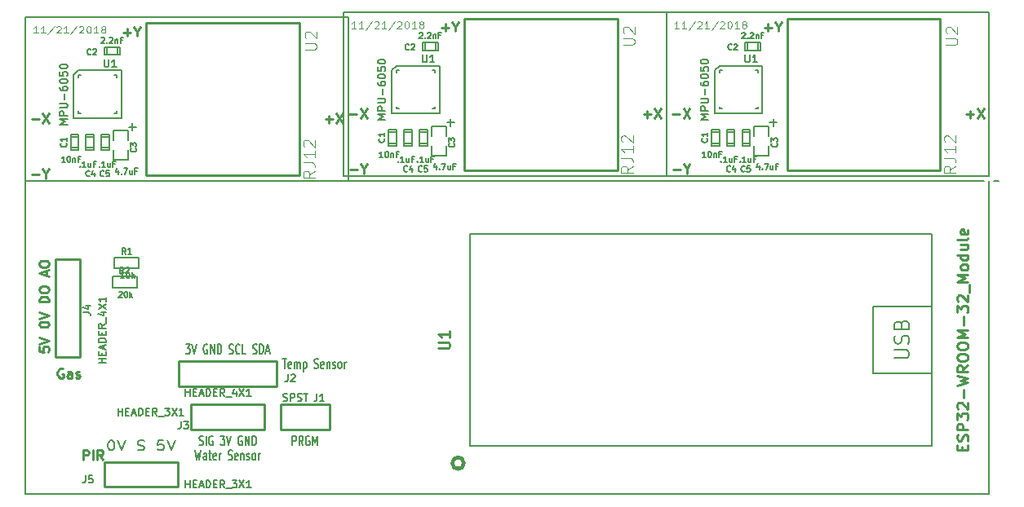
<source format=gto>
G04 #@! TF.FileFunction,Legend,Top*
%FSLAX46Y46*%
G04 Gerber Fmt 4.6, Leading zero omitted, Abs format (unit mm)*
G04 Created by KiCad (PCBNEW 4.0.7) date 11/21/18 11:39:18*
%MOMM*%
%LPD*%
G01*
G04 APERTURE LIST*
%ADD10C,0.150000*%
%ADD11C,0.250000*%
%ADD12C,0.125000*%
%ADD13C,0.200000*%
%ADD14C,0.175000*%
%ADD15C,0.127000*%
%ADD16C,0.149860*%
%ADD17C,0.200660*%
%ADD18C,0.254000*%
%ADD19C,0.400000*%
%ADD20C,0.099060*%
%ADD21C,0.190500*%
%ADD22C,0.285750*%
%ADD23C,0.284480*%
G04 APERTURE END LIST*
D10*
D11*
X76190476Y-119321429D02*
X76952381Y-119321429D01*
X77619047Y-119226190D02*
X77619047Y-119702381D01*
X77285714Y-118702381D02*
X77619047Y-119226190D01*
X77952381Y-118702381D01*
X106642857Y-113571429D02*
X107404762Y-113571429D01*
X107023810Y-113952381D02*
X107023810Y-113190476D01*
X107785714Y-112952381D02*
X108452381Y-113952381D01*
X108452381Y-112952381D02*
X107785714Y-113952381D01*
X76142857Y-113571429D02*
X76904762Y-113571429D01*
X77285714Y-112952381D02*
X77952381Y-113952381D01*
X77952381Y-112952381D02*
X77285714Y-113952381D01*
D12*
X76823809Y-104616667D02*
X76366666Y-104616667D01*
X76595237Y-104616667D02*
X76595237Y-103916667D01*
X76519047Y-104016667D01*
X76442856Y-104083333D01*
X76366666Y-104116667D01*
X77585714Y-104616667D02*
X77128571Y-104616667D01*
X77357142Y-104616667D02*
X77357142Y-103916667D01*
X77280952Y-104016667D01*
X77204761Y-104083333D01*
X77128571Y-104116667D01*
X78500000Y-103883333D02*
X77814285Y-104783333D01*
X78728571Y-103983333D02*
X78766666Y-103950000D01*
X78842857Y-103916667D01*
X79033333Y-103916667D01*
X79109523Y-103950000D01*
X79147619Y-103983333D01*
X79185714Y-104050000D01*
X79185714Y-104116667D01*
X79147619Y-104216667D01*
X78690476Y-104616667D01*
X79185714Y-104616667D01*
X79947619Y-104616667D02*
X79490476Y-104616667D01*
X79719047Y-104616667D02*
X79719047Y-103916667D01*
X79642857Y-104016667D01*
X79566666Y-104083333D01*
X79490476Y-104116667D01*
X80861905Y-103883333D02*
X80176190Y-104783333D01*
X81090476Y-103983333D02*
X81128571Y-103950000D01*
X81204762Y-103916667D01*
X81395238Y-103916667D01*
X81471428Y-103950000D01*
X81509524Y-103983333D01*
X81547619Y-104050000D01*
X81547619Y-104116667D01*
X81509524Y-104216667D01*
X81052381Y-104616667D01*
X81547619Y-104616667D01*
X82042857Y-103916667D02*
X82119048Y-103916667D01*
X82195238Y-103950000D01*
X82233333Y-103983333D01*
X82271429Y-104050000D01*
X82309524Y-104183333D01*
X82309524Y-104350000D01*
X82271429Y-104483333D01*
X82233333Y-104550000D01*
X82195238Y-104583333D01*
X82119048Y-104616667D01*
X82042857Y-104616667D01*
X81966667Y-104583333D01*
X81928571Y-104550000D01*
X81890476Y-104483333D01*
X81852381Y-104350000D01*
X81852381Y-104183333D01*
X81890476Y-104050000D01*
X81928571Y-103983333D01*
X81966667Y-103950000D01*
X82042857Y-103916667D01*
X83071429Y-104616667D02*
X82614286Y-104616667D01*
X82842857Y-104616667D02*
X82842857Y-103916667D01*
X82766667Y-104016667D01*
X82690476Y-104083333D01*
X82614286Y-104116667D01*
X83528572Y-104216667D02*
X83452381Y-104183333D01*
X83414286Y-104150000D01*
X83376191Y-104083333D01*
X83376191Y-104050000D01*
X83414286Y-103983333D01*
X83452381Y-103950000D01*
X83528572Y-103916667D01*
X83680953Y-103916667D01*
X83757143Y-103950000D01*
X83795239Y-103983333D01*
X83833334Y-104050000D01*
X83833334Y-104083333D01*
X83795239Y-104150000D01*
X83757143Y-104183333D01*
X83680953Y-104216667D01*
X83528572Y-104216667D01*
X83452381Y-104250000D01*
X83414286Y-104283333D01*
X83376191Y-104350000D01*
X83376191Y-104483333D01*
X83414286Y-104550000D01*
X83452381Y-104583333D01*
X83528572Y-104616667D01*
X83680953Y-104616667D01*
X83757143Y-104583333D01*
X83795239Y-104550000D01*
X83833334Y-104483333D01*
X83833334Y-104350000D01*
X83795239Y-104283333D01*
X83757143Y-104250000D01*
X83680953Y-104216667D01*
D13*
X75500000Y-103000000D02*
X75500000Y-120000000D01*
X75500000Y-120000000D02*
X109000000Y-120000000D01*
X109000000Y-120000000D02*
X109000000Y-103000000D01*
X109000000Y-103000000D02*
X75500000Y-103000000D01*
D11*
X85690476Y-104571429D02*
X86452381Y-104571429D01*
X86071429Y-104952381D02*
X86071429Y-104190476D01*
X87119047Y-104476190D02*
X87119047Y-104952381D01*
X86785714Y-103952381D02*
X87119047Y-104476190D01*
X87452381Y-103952381D01*
D13*
X176500000Y-120000000D02*
X176000000Y-120000000D01*
X175500000Y-152500000D02*
X175500000Y-120000000D01*
X75500000Y-152500000D02*
X175500000Y-152500000D01*
X75500000Y-120000000D02*
X75500000Y-152500000D01*
X175000000Y-120000000D02*
X75500000Y-120000000D01*
D11*
X76952381Y-137214286D02*
X76952381Y-137690477D01*
X77428571Y-137738096D01*
X77380952Y-137690477D01*
X77333333Y-137595239D01*
X77333333Y-137357143D01*
X77380952Y-137261905D01*
X77428571Y-137214286D01*
X77523810Y-137166667D01*
X77761905Y-137166667D01*
X77857143Y-137214286D01*
X77904762Y-137261905D01*
X77952381Y-137357143D01*
X77952381Y-137595239D01*
X77904762Y-137690477D01*
X77857143Y-137738096D01*
X76952381Y-136880953D02*
X77952381Y-136547620D01*
X76952381Y-136214286D01*
X76952381Y-134928572D02*
X76952381Y-134833333D01*
X77000000Y-134738095D01*
X77047619Y-134690476D01*
X77142857Y-134642857D01*
X77333333Y-134595238D01*
X77571429Y-134595238D01*
X77761905Y-134642857D01*
X77857143Y-134690476D01*
X77904762Y-134738095D01*
X77952381Y-134833333D01*
X77952381Y-134928572D01*
X77904762Y-135023810D01*
X77857143Y-135071429D01*
X77761905Y-135119048D01*
X77571429Y-135166667D01*
X77333333Y-135166667D01*
X77142857Y-135119048D01*
X77047619Y-135071429D01*
X77000000Y-135023810D01*
X76952381Y-134928572D01*
X76952381Y-134309524D02*
X77952381Y-133976191D01*
X76952381Y-133642857D01*
X77952381Y-132547619D02*
X76952381Y-132547619D01*
X76952381Y-132309524D01*
X77000000Y-132166666D01*
X77095238Y-132071428D01*
X77190476Y-132023809D01*
X77380952Y-131976190D01*
X77523810Y-131976190D01*
X77714286Y-132023809D01*
X77809524Y-132071428D01*
X77904762Y-132166666D01*
X77952381Y-132309524D01*
X77952381Y-132547619D01*
X76952381Y-131357143D02*
X76952381Y-131166666D01*
X77000000Y-131071428D01*
X77095238Y-130976190D01*
X77285714Y-130928571D01*
X77619048Y-130928571D01*
X77809524Y-130976190D01*
X77904762Y-131071428D01*
X77952381Y-131166666D01*
X77952381Y-131357143D01*
X77904762Y-131452381D01*
X77809524Y-131547619D01*
X77619048Y-131595238D01*
X77285714Y-131595238D01*
X77095238Y-131547619D01*
X77000000Y-131452381D01*
X76952381Y-131357143D01*
X77666667Y-129785714D02*
X77666667Y-129309523D01*
X77952381Y-129880952D02*
X76952381Y-129547619D01*
X77952381Y-129214285D01*
X76952381Y-128690476D02*
X76952381Y-128499999D01*
X77000000Y-128404761D01*
X77095238Y-128309523D01*
X77285714Y-128261904D01*
X77619048Y-128261904D01*
X77809524Y-128309523D01*
X77904762Y-128404761D01*
X77952381Y-128499999D01*
X77952381Y-128690476D01*
X77904762Y-128785714D01*
X77809524Y-128880952D01*
X77619048Y-128928571D01*
X77285714Y-128928571D01*
X77095238Y-128880952D01*
X77000000Y-128785714D01*
X76952381Y-128690476D01*
X79404762Y-139500000D02*
X79309524Y-139452381D01*
X79166667Y-139452381D01*
X79023809Y-139500000D01*
X78928571Y-139595238D01*
X78880952Y-139690476D01*
X78833333Y-139880952D01*
X78833333Y-140023810D01*
X78880952Y-140214286D01*
X78928571Y-140309524D01*
X79023809Y-140404762D01*
X79166667Y-140452381D01*
X79261905Y-140452381D01*
X79404762Y-140404762D01*
X79452381Y-140357143D01*
X79452381Y-140023810D01*
X79261905Y-140023810D01*
X80309524Y-140452381D02*
X80309524Y-139928571D01*
X80261905Y-139833333D01*
X80166667Y-139785714D01*
X79976190Y-139785714D01*
X79880952Y-139833333D01*
X80309524Y-140404762D02*
X80214286Y-140452381D01*
X79976190Y-140452381D01*
X79880952Y-140404762D01*
X79833333Y-140309524D01*
X79833333Y-140214286D01*
X79880952Y-140119048D01*
X79976190Y-140071429D01*
X80214286Y-140071429D01*
X80309524Y-140023810D01*
X80738095Y-140404762D02*
X80833333Y-140452381D01*
X81023809Y-140452381D01*
X81119048Y-140404762D01*
X81166667Y-140309524D01*
X81166667Y-140261905D01*
X81119048Y-140166667D01*
X81023809Y-140119048D01*
X80880952Y-140119048D01*
X80785714Y-140071429D01*
X80738095Y-139976190D01*
X80738095Y-139928571D01*
X80785714Y-139833333D01*
X80880952Y-139785714D01*
X81023809Y-139785714D01*
X81119048Y-139833333D01*
D14*
X84357144Y-146952381D02*
X84471429Y-146952381D01*
X84585715Y-147000000D01*
X84642858Y-147047619D01*
X84700001Y-147142857D01*
X84757144Y-147333333D01*
X84757144Y-147571429D01*
X84700001Y-147761905D01*
X84642858Y-147857143D01*
X84585715Y-147904762D01*
X84471429Y-147952381D01*
X84357144Y-147952381D01*
X84242858Y-147904762D01*
X84185715Y-147857143D01*
X84128572Y-147761905D01*
X84071429Y-147571429D01*
X84071429Y-147333333D01*
X84128572Y-147142857D01*
X84185715Y-147047619D01*
X84242858Y-147000000D01*
X84357144Y-146952381D01*
X85100001Y-146952381D02*
X85500001Y-147952381D01*
X85900001Y-146952381D01*
X87157143Y-147904762D02*
X87328572Y-147952381D01*
X87614286Y-147952381D01*
X87728572Y-147904762D01*
X87785715Y-147857143D01*
X87842858Y-147761905D01*
X87842858Y-147666667D01*
X87785715Y-147571429D01*
X87728572Y-147523810D01*
X87614286Y-147476190D01*
X87385715Y-147428571D01*
X87271429Y-147380952D01*
X87214286Y-147333333D01*
X87157143Y-147238095D01*
X87157143Y-147142857D01*
X87214286Y-147047619D01*
X87271429Y-147000000D01*
X87385715Y-146952381D01*
X87671429Y-146952381D01*
X87842858Y-147000000D01*
X89842858Y-146952381D02*
X89271429Y-146952381D01*
X89214286Y-147428571D01*
X89271429Y-147380952D01*
X89385715Y-147333333D01*
X89671429Y-147333333D01*
X89785715Y-147380952D01*
X89842858Y-147428571D01*
X89900001Y-147523810D01*
X89900001Y-147761905D01*
X89842858Y-147857143D01*
X89785715Y-147904762D01*
X89671429Y-147952381D01*
X89385715Y-147952381D01*
X89271429Y-147904762D01*
X89214286Y-147857143D01*
X90242858Y-146952381D02*
X90642858Y-147952381D01*
X91042858Y-146952381D01*
D11*
X81500000Y-148952381D02*
X81500000Y-147952381D01*
X81880953Y-147952381D01*
X81976191Y-148000000D01*
X82023810Y-148047619D01*
X82071429Y-148142857D01*
X82071429Y-148285714D01*
X82023810Y-148380952D01*
X81976191Y-148428571D01*
X81880953Y-148476190D01*
X81500000Y-148476190D01*
X82500000Y-148952381D02*
X82500000Y-147952381D01*
X83547619Y-148952381D02*
X83214285Y-148476190D01*
X82976190Y-148952381D02*
X82976190Y-147952381D01*
X83357143Y-147952381D01*
X83452381Y-148000000D01*
X83500000Y-148047619D01*
X83547619Y-148142857D01*
X83547619Y-148285714D01*
X83500000Y-148380952D01*
X83452381Y-148428571D01*
X83357143Y-148476190D01*
X82976190Y-148476190D01*
D14*
X102183335Y-138452381D02*
X102583335Y-138452381D01*
X102383335Y-139452381D02*
X102383335Y-138452381D01*
X103083334Y-139404762D02*
X103016668Y-139452381D01*
X102883334Y-139452381D01*
X102816668Y-139404762D01*
X102783334Y-139309524D01*
X102783334Y-138928571D01*
X102816668Y-138833333D01*
X102883334Y-138785714D01*
X103016668Y-138785714D01*
X103083334Y-138833333D01*
X103116668Y-138928571D01*
X103116668Y-139023810D01*
X102783334Y-139119048D01*
X103416668Y-139452381D02*
X103416668Y-138785714D01*
X103416668Y-138880952D02*
X103450001Y-138833333D01*
X103516668Y-138785714D01*
X103616668Y-138785714D01*
X103683334Y-138833333D01*
X103716668Y-138928571D01*
X103716668Y-139452381D01*
X103716668Y-138928571D02*
X103750001Y-138833333D01*
X103816668Y-138785714D01*
X103916668Y-138785714D01*
X103983334Y-138833333D01*
X104016668Y-138928571D01*
X104016668Y-139452381D01*
X104350001Y-138785714D02*
X104350001Y-139785714D01*
X104350001Y-138833333D02*
X104416667Y-138785714D01*
X104550001Y-138785714D01*
X104616667Y-138833333D01*
X104650001Y-138880952D01*
X104683334Y-138976190D01*
X104683334Y-139261905D01*
X104650001Y-139357143D01*
X104616667Y-139404762D01*
X104550001Y-139452381D01*
X104416667Y-139452381D01*
X104350001Y-139404762D01*
X105483333Y-139404762D02*
X105583333Y-139452381D01*
X105750000Y-139452381D01*
X105816667Y-139404762D01*
X105850000Y-139357143D01*
X105883333Y-139261905D01*
X105883333Y-139166667D01*
X105850000Y-139071429D01*
X105816667Y-139023810D01*
X105750000Y-138976190D01*
X105616667Y-138928571D01*
X105550000Y-138880952D01*
X105516667Y-138833333D01*
X105483333Y-138738095D01*
X105483333Y-138642857D01*
X105516667Y-138547619D01*
X105550000Y-138500000D01*
X105616667Y-138452381D01*
X105783333Y-138452381D01*
X105883333Y-138500000D01*
X106450000Y-139404762D02*
X106383334Y-139452381D01*
X106250000Y-139452381D01*
X106183334Y-139404762D01*
X106150000Y-139309524D01*
X106150000Y-138928571D01*
X106183334Y-138833333D01*
X106250000Y-138785714D01*
X106383334Y-138785714D01*
X106450000Y-138833333D01*
X106483334Y-138928571D01*
X106483334Y-139023810D01*
X106150000Y-139119048D01*
X106783334Y-138785714D02*
X106783334Y-139452381D01*
X106783334Y-138880952D02*
X106816667Y-138833333D01*
X106883334Y-138785714D01*
X106983334Y-138785714D01*
X107050000Y-138833333D01*
X107083334Y-138928571D01*
X107083334Y-139452381D01*
X107383333Y-139404762D02*
X107450000Y-139452381D01*
X107583333Y-139452381D01*
X107650000Y-139404762D01*
X107683333Y-139309524D01*
X107683333Y-139261905D01*
X107650000Y-139166667D01*
X107583333Y-139119048D01*
X107483333Y-139119048D01*
X107416667Y-139071429D01*
X107383333Y-138976190D01*
X107383333Y-138928571D01*
X107416667Y-138833333D01*
X107483333Y-138785714D01*
X107583333Y-138785714D01*
X107650000Y-138833333D01*
X108083334Y-139452381D02*
X108016667Y-139404762D01*
X107983334Y-139357143D01*
X107950000Y-139261905D01*
X107950000Y-138976190D01*
X107983334Y-138880952D01*
X108016667Y-138833333D01*
X108083334Y-138785714D01*
X108183334Y-138785714D01*
X108250000Y-138833333D01*
X108283334Y-138880952D01*
X108316667Y-138976190D01*
X108316667Y-139261905D01*
X108283334Y-139357143D01*
X108250000Y-139404762D01*
X108183334Y-139452381D01*
X108083334Y-139452381D01*
X108616667Y-139452381D02*
X108616667Y-138785714D01*
X108616667Y-138976190D02*
X108650000Y-138880952D01*
X108683333Y-138833333D01*
X108750000Y-138785714D01*
X108816667Y-138785714D01*
X93133334Y-147952381D02*
X93300001Y-148952381D01*
X93433334Y-148238095D01*
X93566667Y-148952381D01*
X93733334Y-147952381D01*
X94300001Y-148952381D02*
X94300001Y-148428571D01*
X94266667Y-148333333D01*
X94200001Y-148285714D01*
X94066667Y-148285714D01*
X94000001Y-148333333D01*
X94300001Y-148904762D02*
X94233334Y-148952381D01*
X94066667Y-148952381D01*
X94000001Y-148904762D01*
X93966667Y-148809524D01*
X93966667Y-148714286D01*
X94000001Y-148619048D01*
X94066667Y-148571429D01*
X94233334Y-148571429D01*
X94300001Y-148523810D01*
X94533334Y-148285714D02*
X94800000Y-148285714D01*
X94633334Y-147952381D02*
X94633334Y-148809524D01*
X94666667Y-148904762D01*
X94733334Y-148952381D01*
X94800000Y-148952381D01*
X95300000Y-148904762D02*
X95233334Y-148952381D01*
X95100000Y-148952381D01*
X95033334Y-148904762D01*
X95000000Y-148809524D01*
X95000000Y-148428571D01*
X95033334Y-148333333D01*
X95100000Y-148285714D01*
X95233334Y-148285714D01*
X95300000Y-148333333D01*
X95333334Y-148428571D01*
X95333334Y-148523810D01*
X95000000Y-148619048D01*
X95633334Y-148952381D02*
X95633334Y-148285714D01*
X95633334Y-148476190D02*
X95666667Y-148380952D01*
X95700000Y-148333333D01*
X95766667Y-148285714D01*
X95833334Y-148285714D01*
X96566666Y-148904762D02*
X96666666Y-148952381D01*
X96833333Y-148952381D01*
X96900000Y-148904762D01*
X96933333Y-148857143D01*
X96966666Y-148761905D01*
X96966666Y-148666667D01*
X96933333Y-148571429D01*
X96900000Y-148523810D01*
X96833333Y-148476190D01*
X96700000Y-148428571D01*
X96633333Y-148380952D01*
X96600000Y-148333333D01*
X96566666Y-148238095D01*
X96566666Y-148142857D01*
X96600000Y-148047619D01*
X96633333Y-148000000D01*
X96700000Y-147952381D01*
X96866666Y-147952381D01*
X96966666Y-148000000D01*
X97533333Y-148904762D02*
X97466667Y-148952381D01*
X97333333Y-148952381D01*
X97266667Y-148904762D01*
X97233333Y-148809524D01*
X97233333Y-148428571D01*
X97266667Y-148333333D01*
X97333333Y-148285714D01*
X97466667Y-148285714D01*
X97533333Y-148333333D01*
X97566667Y-148428571D01*
X97566667Y-148523810D01*
X97233333Y-148619048D01*
X97866667Y-148285714D02*
X97866667Y-148952381D01*
X97866667Y-148380952D02*
X97900000Y-148333333D01*
X97966667Y-148285714D01*
X98066667Y-148285714D01*
X98133333Y-148333333D01*
X98166667Y-148428571D01*
X98166667Y-148952381D01*
X98466666Y-148904762D02*
X98533333Y-148952381D01*
X98666666Y-148952381D01*
X98733333Y-148904762D01*
X98766666Y-148809524D01*
X98766666Y-148761905D01*
X98733333Y-148666667D01*
X98666666Y-148619048D01*
X98566666Y-148619048D01*
X98500000Y-148571429D01*
X98466666Y-148476190D01*
X98466666Y-148428571D01*
X98500000Y-148333333D01*
X98566666Y-148285714D01*
X98666666Y-148285714D01*
X98733333Y-148333333D01*
X99166667Y-148952381D02*
X99100000Y-148904762D01*
X99066667Y-148857143D01*
X99033333Y-148761905D01*
X99033333Y-148476190D01*
X99066667Y-148380952D01*
X99100000Y-148333333D01*
X99166667Y-148285714D01*
X99266667Y-148285714D01*
X99333333Y-148333333D01*
X99366667Y-148380952D01*
X99400000Y-148476190D01*
X99400000Y-148761905D01*
X99366667Y-148857143D01*
X99333333Y-148904762D01*
X99266667Y-148952381D01*
X99166667Y-148952381D01*
X99700000Y-148952381D02*
X99700000Y-148285714D01*
X99700000Y-148476190D02*
X99733333Y-148380952D01*
X99766666Y-148333333D01*
X99833333Y-148285714D01*
X99900000Y-148285714D01*
X93550000Y-147404762D02*
X93650000Y-147452381D01*
X93816667Y-147452381D01*
X93883334Y-147404762D01*
X93916667Y-147357143D01*
X93950000Y-147261905D01*
X93950000Y-147166667D01*
X93916667Y-147071429D01*
X93883334Y-147023810D01*
X93816667Y-146976190D01*
X93683334Y-146928571D01*
X93616667Y-146880952D01*
X93583334Y-146833333D01*
X93550000Y-146738095D01*
X93550000Y-146642857D01*
X93583334Y-146547619D01*
X93616667Y-146500000D01*
X93683334Y-146452381D01*
X93850000Y-146452381D01*
X93950000Y-146500000D01*
X94250001Y-147452381D02*
X94250001Y-146452381D01*
X94950000Y-146500000D02*
X94883334Y-146452381D01*
X94783334Y-146452381D01*
X94683334Y-146500000D01*
X94616667Y-146595238D01*
X94583334Y-146690476D01*
X94550000Y-146880952D01*
X94550000Y-147023810D01*
X94583334Y-147214286D01*
X94616667Y-147309524D01*
X94683334Y-147404762D01*
X94783334Y-147452381D01*
X94850000Y-147452381D01*
X94950000Y-147404762D01*
X94983334Y-147357143D01*
X94983334Y-147023810D01*
X94850000Y-147023810D01*
X95750000Y-146452381D02*
X96183333Y-146452381D01*
X95950000Y-146833333D01*
X96050000Y-146833333D01*
X96116667Y-146880952D01*
X96150000Y-146928571D01*
X96183333Y-147023810D01*
X96183333Y-147261905D01*
X96150000Y-147357143D01*
X96116667Y-147404762D01*
X96050000Y-147452381D01*
X95850000Y-147452381D01*
X95783333Y-147404762D01*
X95750000Y-147357143D01*
X96383334Y-146452381D02*
X96616667Y-147452381D01*
X96850000Y-146452381D01*
X97983333Y-146500000D02*
X97916667Y-146452381D01*
X97816667Y-146452381D01*
X97716667Y-146500000D01*
X97650000Y-146595238D01*
X97616667Y-146690476D01*
X97583333Y-146880952D01*
X97583333Y-147023810D01*
X97616667Y-147214286D01*
X97650000Y-147309524D01*
X97716667Y-147404762D01*
X97816667Y-147452381D01*
X97883333Y-147452381D01*
X97983333Y-147404762D01*
X98016667Y-147357143D01*
X98016667Y-147023810D01*
X97883333Y-147023810D01*
X98316667Y-147452381D02*
X98316667Y-146452381D01*
X98716667Y-147452381D01*
X98716667Y-146452381D01*
X99050000Y-147452381D02*
X99050000Y-146452381D01*
X99216666Y-146452381D01*
X99316666Y-146500000D01*
X99383333Y-146595238D01*
X99416666Y-146690476D01*
X99450000Y-146880952D01*
X99450000Y-147023810D01*
X99416666Y-147214286D01*
X99383333Y-147309524D01*
X99316666Y-147404762D01*
X99216666Y-147452381D01*
X99050000Y-147452381D01*
X103216667Y-147452381D02*
X103216667Y-146452381D01*
X103483333Y-146452381D01*
X103550000Y-146500000D01*
X103583333Y-146547619D01*
X103616667Y-146642857D01*
X103616667Y-146785714D01*
X103583333Y-146880952D01*
X103550000Y-146928571D01*
X103483333Y-146976190D01*
X103216667Y-146976190D01*
X104316667Y-147452381D02*
X104083333Y-146976190D01*
X103916667Y-147452381D02*
X103916667Y-146452381D01*
X104183333Y-146452381D01*
X104250000Y-146500000D01*
X104283333Y-146547619D01*
X104316667Y-146642857D01*
X104316667Y-146785714D01*
X104283333Y-146880952D01*
X104250000Y-146928571D01*
X104183333Y-146976190D01*
X103916667Y-146976190D01*
X104983333Y-146500000D02*
X104916667Y-146452381D01*
X104816667Y-146452381D01*
X104716667Y-146500000D01*
X104650000Y-146595238D01*
X104616667Y-146690476D01*
X104583333Y-146880952D01*
X104583333Y-147023810D01*
X104616667Y-147214286D01*
X104650000Y-147309524D01*
X104716667Y-147404762D01*
X104816667Y-147452381D01*
X104883333Y-147452381D01*
X104983333Y-147404762D01*
X105016667Y-147357143D01*
X105016667Y-147023810D01*
X104883333Y-147023810D01*
X105316667Y-147452381D02*
X105316667Y-146452381D01*
X105550000Y-147166667D01*
X105783333Y-146452381D01*
X105783333Y-147452381D01*
X92150000Y-136952381D02*
X92583333Y-136952381D01*
X92350000Y-137333333D01*
X92450000Y-137333333D01*
X92516667Y-137380952D01*
X92550000Y-137428571D01*
X92583333Y-137523810D01*
X92583333Y-137761905D01*
X92550000Y-137857143D01*
X92516667Y-137904762D01*
X92450000Y-137952381D01*
X92250000Y-137952381D01*
X92183333Y-137904762D01*
X92150000Y-137857143D01*
X92783334Y-136952381D02*
X93016667Y-137952381D01*
X93250000Y-136952381D01*
X94383333Y-137000000D02*
X94316667Y-136952381D01*
X94216667Y-136952381D01*
X94116667Y-137000000D01*
X94050000Y-137095238D01*
X94016667Y-137190476D01*
X93983333Y-137380952D01*
X93983333Y-137523810D01*
X94016667Y-137714286D01*
X94050000Y-137809524D01*
X94116667Y-137904762D01*
X94216667Y-137952381D01*
X94283333Y-137952381D01*
X94383333Y-137904762D01*
X94416667Y-137857143D01*
X94416667Y-137523810D01*
X94283333Y-137523810D01*
X94716667Y-137952381D02*
X94716667Y-136952381D01*
X95116667Y-137952381D01*
X95116667Y-136952381D01*
X95450000Y-137952381D02*
X95450000Y-136952381D01*
X95616666Y-136952381D01*
X95716666Y-137000000D01*
X95783333Y-137095238D01*
X95816666Y-137190476D01*
X95850000Y-137380952D01*
X95850000Y-137523810D01*
X95816666Y-137714286D01*
X95783333Y-137809524D01*
X95716666Y-137904762D01*
X95616666Y-137952381D01*
X95450000Y-137952381D01*
X96649999Y-137904762D02*
X96749999Y-137952381D01*
X96916666Y-137952381D01*
X96983333Y-137904762D01*
X97016666Y-137857143D01*
X97049999Y-137761905D01*
X97049999Y-137666667D01*
X97016666Y-137571429D01*
X96983333Y-137523810D01*
X96916666Y-137476190D01*
X96783333Y-137428571D01*
X96716666Y-137380952D01*
X96683333Y-137333333D01*
X96649999Y-137238095D01*
X96649999Y-137142857D01*
X96683333Y-137047619D01*
X96716666Y-137000000D01*
X96783333Y-136952381D01*
X96949999Y-136952381D01*
X97049999Y-137000000D01*
X97750000Y-137857143D02*
X97716666Y-137904762D01*
X97616666Y-137952381D01*
X97550000Y-137952381D01*
X97450000Y-137904762D01*
X97383333Y-137809524D01*
X97350000Y-137714286D01*
X97316666Y-137523810D01*
X97316666Y-137380952D01*
X97350000Y-137190476D01*
X97383333Y-137095238D01*
X97450000Y-137000000D01*
X97550000Y-136952381D01*
X97616666Y-136952381D01*
X97716666Y-137000000D01*
X97750000Y-137047619D01*
X98383333Y-137952381D02*
X98050000Y-137952381D01*
X98050000Y-136952381D01*
X99116666Y-137904762D02*
X99216666Y-137952381D01*
X99383333Y-137952381D01*
X99450000Y-137904762D01*
X99483333Y-137857143D01*
X99516666Y-137761905D01*
X99516666Y-137666667D01*
X99483333Y-137571429D01*
X99450000Y-137523810D01*
X99383333Y-137476190D01*
X99250000Y-137428571D01*
X99183333Y-137380952D01*
X99150000Y-137333333D01*
X99116666Y-137238095D01*
X99116666Y-137142857D01*
X99150000Y-137047619D01*
X99183333Y-137000000D01*
X99250000Y-136952381D01*
X99416666Y-136952381D01*
X99516666Y-137000000D01*
X99816667Y-137952381D02*
X99816667Y-136952381D01*
X99983333Y-136952381D01*
X100083333Y-137000000D01*
X100150000Y-137095238D01*
X100183333Y-137190476D01*
X100216667Y-137380952D01*
X100216667Y-137523810D01*
X100183333Y-137714286D01*
X100150000Y-137809524D01*
X100083333Y-137904762D01*
X99983333Y-137952381D01*
X99816667Y-137952381D01*
X100483333Y-137666667D02*
X100816667Y-137666667D01*
X100416667Y-137952381D02*
X100650000Y-136952381D01*
X100883333Y-137952381D01*
D11*
X152190476Y-104071429D02*
X152952381Y-104071429D01*
X152571429Y-104452381D02*
X152571429Y-103690476D01*
X153619047Y-103976190D02*
X153619047Y-104452381D01*
X153285714Y-103452381D02*
X153619047Y-103976190D01*
X153952381Y-103452381D01*
D13*
X175500000Y-102500000D02*
X142000000Y-102500000D01*
X175500000Y-119500000D02*
X175500000Y-102500000D01*
X142000000Y-119500000D02*
X175500000Y-119500000D01*
X142000000Y-102500000D02*
X142000000Y-119500000D01*
D12*
X143323809Y-104116667D02*
X142866666Y-104116667D01*
X143095237Y-104116667D02*
X143095237Y-103416667D01*
X143019047Y-103516667D01*
X142942856Y-103583333D01*
X142866666Y-103616667D01*
X144085714Y-104116667D02*
X143628571Y-104116667D01*
X143857142Y-104116667D02*
X143857142Y-103416667D01*
X143780952Y-103516667D01*
X143704761Y-103583333D01*
X143628571Y-103616667D01*
X145000000Y-103383333D02*
X144314285Y-104283333D01*
X145228571Y-103483333D02*
X145266666Y-103450000D01*
X145342857Y-103416667D01*
X145533333Y-103416667D01*
X145609523Y-103450000D01*
X145647619Y-103483333D01*
X145685714Y-103550000D01*
X145685714Y-103616667D01*
X145647619Y-103716667D01*
X145190476Y-104116667D01*
X145685714Y-104116667D01*
X146447619Y-104116667D02*
X145990476Y-104116667D01*
X146219047Y-104116667D02*
X146219047Y-103416667D01*
X146142857Y-103516667D01*
X146066666Y-103583333D01*
X145990476Y-103616667D01*
X147361905Y-103383333D02*
X146676190Y-104283333D01*
X147590476Y-103483333D02*
X147628571Y-103450000D01*
X147704762Y-103416667D01*
X147895238Y-103416667D01*
X147971428Y-103450000D01*
X148009524Y-103483333D01*
X148047619Y-103550000D01*
X148047619Y-103616667D01*
X148009524Y-103716667D01*
X147552381Y-104116667D01*
X148047619Y-104116667D01*
X148542857Y-103416667D02*
X148619048Y-103416667D01*
X148695238Y-103450000D01*
X148733333Y-103483333D01*
X148771429Y-103550000D01*
X148809524Y-103683333D01*
X148809524Y-103850000D01*
X148771429Y-103983333D01*
X148733333Y-104050000D01*
X148695238Y-104083333D01*
X148619048Y-104116667D01*
X148542857Y-104116667D01*
X148466667Y-104083333D01*
X148428571Y-104050000D01*
X148390476Y-103983333D01*
X148352381Y-103850000D01*
X148352381Y-103683333D01*
X148390476Y-103550000D01*
X148428571Y-103483333D01*
X148466667Y-103450000D01*
X148542857Y-103416667D01*
X149571429Y-104116667D02*
X149114286Y-104116667D01*
X149342857Y-104116667D02*
X149342857Y-103416667D01*
X149266667Y-103516667D01*
X149190476Y-103583333D01*
X149114286Y-103616667D01*
X150028572Y-103716667D02*
X149952381Y-103683333D01*
X149914286Y-103650000D01*
X149876191Y-103583333D01*
X149876191Y-103550000D01*
X149914286Y-103483333D01*
X149952381Y-103450000D01*
X150028572Y-103416667D01*
X150180953Y-103416667D01*
X150257143Y-103450000D01*
X150295239Y-103483333D01*
X150333334Y-103550000D01*
X150333334Y-103583333D01*
X150295239Y-103650000D01*
X150257143Y-103683333D01*
X150180953Y-103716667D01*
X150028572Y-103716667D01*
X149952381Y-103750000D01*
X149914286Y-103783333D01*
X149876191Y-103850000D01*
X149876191Y-103983333D01*
X149914286Y-104050000D01*
X149952381Y-104083333D01*
X150028572Y-104116667D01*
X150180953Y-104116667D01*
X150257143Y-104083333D01*
X150295239Y-104050000D01*
X150333334Y-103983333D01*
X150333334Y-103850000D01*
X150295239Y-103783333D01*
X150257143Y-103750000D01*
X150180953Y-103716667D01*
D11*
X142642857Y-113071429D02*
X143404762Y-113071429D01*
X143785714Y-112452381D02*
X144452381Y-113452381D01*
X144452381Y-112452381D02*
X143785714Y-113452381D01*
X173142857Y-113071429D02*
X173904762Y-113071429D01*
X173523810Y-113452381D02*
X173523810Y-112690476D01*
X174285714Y-112452381D02*
X174952381Y-113452381D01*
X174952381Y-112452381D02*
X174285714Y-113452381D01*
X142690476Y-118821429D02*
X143452381Y-118821429D01*
X144119047Y-118726190D02*
X144119047Y-119202381D01*
X143785714Y-118202381D02*
X144119047Y-118726190D01*
X144452381Y-118202381D01*
X118690476Y-104071429D02*
X119452381Y-104071429D01*
X119071429Y-104452381D02*
X119071429Y-103690476D01*
X120119047Y-103976190D02*
X120119047Y-104452381D01*
X119785714Y-103452381D02*
X120119047Y-103976190D01*
X120452381Y-103452381D01*
D13*
X142000000Y-102500000D02*
X108500000Y-102500000D01*
X142000000Y-119500000D02*
X142000000Y-102500000D01*
X108500000Y-119500000D02*
X142000000Y-119500000D01*
X108500000Y-102500000D02*
X108500000Y-119500000D01*
D12*
X109823809Y-104116667D02*
X109366666Y-104116667D01*
X109595237Y-104116667D02*
X109595237Y-103416667D01*
X109519047Y-103516667D01*
X109442856Y-103583333D01*
X109366666Y-103616667D01*
X110585714Y-104116667D02*
X110128571Y-104116667D01*
X110357142Y-104116667D02*
X110357142Y-103416667D01*
X110280952Y-103516667D01*
X110204761Y-103583333D01*
X110128571Y-103616667D01*
X111500000Y-103383333D02*
X110814285Y-104283333D01*
X111728571Y-103483333D02*
X111766666Y-103450000D01*
X111842857Y-103416667D01*
X112033333Y-103416667D01*
X112109523Y-103450000D01*
X112147619Y-103483333D01*
X112185714Y-103550000D01*
X112185714Y-103616667D01*
X112147619Y-103716667D01*
X111690476Y-104116667D01*
X112185714Y-104116667D01*
X112947619Y-104116667D02*
X112490476Y-104116667D01*
X112719047Y-104116667D02*
X112719047Y-103416667D01*
X112642857Y-103516667D01*
X112566666Y-103583333D01*
X112490476Y-103616667D01*
X113861905Y-103383333D02*
X113176190Y-104283333D01*
X114090476Y-103483333D02*
X114128571Y-103450000D01*
X114204762Y-103416667D01*
X114395238Y-103416667D01*
X114471428Y-103450000D01*
X114509524Y-103483333D01*
X114547619Y-103550000D01*
X114547619Y-103616667D01*
X114509524Y-103716667D01*
X114052381Y-104116667D01*
X114547619Y-104116667D01*
X115042857Y-103416667D02*
X115119048Y-103416667D01*
X115195238Y-103450000D01*
X115233333Y-103483333D01*
X115271429Y-103550000D01*
X115309524Y-103683333D01*
X115309524Y-103850000D01*
X115271429Y-103983333D01*
X115233333Y-104050000D01*
X115195238Y-104083333D01*
X115119048Y-104116667D01*
X115042857Y-104116667D01*
X114966667Y-104083333D01*
X114928571Y-104050000D01*
X114890476Y-103983333D01*
X114852381Y-103850000D01*
X114852381Y-103683333D01*
X114890476Y-103550000D01*
X114928571Y-103483333D01*
X114966667Y-103450000D01*
X115042857Y-103416667D01*
X116071429Y-104116667D02*
X115614286Y-104116667D01*
X115842857Y-104116667D02*
X115842857Y-103416667D01*
X115766667Y-103516667D01*
X115690476Y-103583333D01*
X115614286Y-103616667D01*
X116528572Y-103716667D02*
X116452381Y-103683333D01*
X116414286Y-103650000D01*
X116376191Y-103583333D01*
X116376191Y-103550000D01*
X116414286Y-103483333D01*
X116452381Y-103450000D01*
X116528572Y-103416667D01*
X116680953Y-103416667D01*
X116757143Y-103450000D01*
X116795239Y-103483333D01*
X116833334Y-103550000D01*
X116833334Y-103583333D01*
X116795239Y-103650000D01*
X116757143Y-103683333D01*
X116680953Y-103716667D01*
X116528572Y-103716667D01*
X116452381Y-103750000D01*
X116414286Y-103783333D01*
X116376191Y-103850000D01*
X116376191Y-103983333D01*
X116414286Y-104050000D01*
X116452381Y-104083333D01*
X116528572Y-104116667D01*
X116680953Y-104116667D01*
X116757143Y-104083333D01*
X116795239Y-104050000D01*
X116833334Y-103983333D01*
X116833334Y-103850000D01*
X116795239Y-103783333D01*
X116757143Y-103750000D01*
X116680953Y-103716667D01*
D11*
X109142857Y-113071429D02*
X109904762Y-113071429D01*
X110285714Y-112452381D02*
X110952381Y-113452381D01*
X110952381Y-112452381D02*
X110285714Y-113452381D01*
X139642857Y-113071429D02*
X140404762Y-113071429D01*
X140023810Y-113452381D02*
X140023810Y-112690476D01*
X140785714Y-112452381D02*
X141452381Y-113452381D01*
X141452381Y-112452381D02*
X140785714Y-113452381D01*
X109190476Y-118821429D02*
X109952381Y-118821429D01*
X110619047Y-118726190D02*
X110619047Y-119202381D01*
X110285714Y-118202381D02*
X110619047Y-118726190D01*
X110952381Y-118202381D01*
D15*
X84638000Y-115792000D02*
X84638000Y-114776000D01*
X84638000Y-114776000D02*
X86162000Y-114776000D01*
X86162000Y-114776000D02*
X86162000Y-115792000D01*
X86162000Y-116808000D02*
X86162000Y-117824000D01*
X86162000Y-117824000D02*
X84638000Y-117824000D01*
X84638000Y-117824000D02*
X84638000Y-116808000D01*
D16*
X81008640Y-108510800D02*
X85489200Y-108510800D01*
X80510800Y-109008640D02*
X80510800Y-113489200D01*
X80510800Y-109008640D02*
X81008640Y-108510800D01*
D17*
X81008640Y-109257560D02*
X81008640Y-109008640D01*
X81008640Y-109008640D02*
X81257560Y-109008640D01*
X81257560Y-112991360D02*
X81008640Y-112991360D01*
X81008640Y-112991360D02*
X81008640Y-112742440D01*
X84991360Y-112742440D02*
X84991360Y-112991360D01*
X84991360Y-112991360D02*
X84742440Y-112991360D01*
X84742440Y-109008640D02*
X84991360Y-109008640D01*
X84991360Y-109008640D02*
X84991360Y-109257560D01*
D16*
X85489200Y-113489200D02*
X80510800Y-113489200D01*
X85489200Y-108510800D02*
X85489200Y-113489200D01*
D15*
X83393600Y-116558800D02*
X84206400Y-116558800D01*
X84181000Y-115441200D02*
X83393600Y-115441200D01*
X84206400Y-115187200D02*
X84206400Y-116812800D01*
X84206400Y-116812800D02*
X83393600Y-116812800D01*
X83393600Y-116812800D02*
X83393600Y-115187200D01*
X83393600Y-115187200D02*
X84206400Y-115187200D01*
X81793600Y-116558800D02*
X82606400Y-116558800D01*
X82581000Y-115441200D02*
X81793600Y-115441200D01*
X82606400Y-115187200D02*
X82606400Y-116812800D01*
X82606400Y-116812800D02*
X81793600Y-116812800D01*
X81793600Y-116812800D02*
X81793600Y-115187200D01*
X81793600Y-115187200D02*
X82606400Y-115187200D01*
X85058800Y-106906400D02*
X85058800Y-106093600D01*
X83941200Y-106119000D02*
X83941200Y-106906400D01*
X83687200Y-106093600D02*
X85312800Y-106093600D01*
X85312800Y-106093600D02*
X85312800Y-106906400D01*
X85312800Y-106906400D02*
X83687200Y-106906400D01*
X83687200Y-106906400D02*
X83687200Y-106093600D01*
X80193600Y-116558800D02*
X81006400Y-116558800D01*
X80981000Y-115441200D02*
X80193600Y-115441200D01*
X81006400Y-115187200D02*
X81006400Y-116812800D01*
X81006400Y-116812800D02*
X80193600Y-116812800D01*
X80193600Y-116812800D02*
X80193600Y-115187200D01*
X80193600Y-115187200D02*
X81006400Y-115187200D01*
D18*
X88060000Y-119400000D02*
X88060000Y-103600000D01*
X88060000Y-103600000D02*
X103940000Y-103600000D01*
X103940000Y-103600000D02*
X103940000Y-119400000D01*
X103940000Y-119400000D02*
X88060000Y-119400000D01*
X102000000Y-145770000D02*
X107000000Y-145770000D01*
X101980000Y-145770000D02*
X101980000Y-143230000D01*
X102000000Y-143214760D02*
X107000000Y-143214760D01*
X107035240Y-143214760D02*
X107035240Y-145775080D01*
X92690000Y-145770000D02*
X100310000Y-145770000D01*
X92690000Y-145770000D02*
X92690000Y-143230000D01*
X92690000Y-143214760D02*
X100310000Y-143214760D01*
X100310000Y-143214760D02*
X100310000Y-145775080D01*
X83690000Y-151770000D02*
X91310000Y-151770000D01*
X83690000Y-151770000D02*
X83690000Y-149230000D01*
X83690000Y-149214760D02*
X91310000Y-149214760D01*
X91310000Y-149214760D02*
X91310000Y-151775080D01*
D15*
X84730000Y-127930000D02*
X84730000Y-129070000D01*
X87270000Y-127930000D02*
X87270000Y-129070000D01*
X84750000Y-127930000D02*
X87250000Y-127930000D01*
X87250000Y-129070000D02*
X84750000Y-129070000D01*
X84530000Y-129930000D02*
X84530000Y-131070000D01*
X87070000Y-129930000D02*
X87070000Y-131070000D01*
X84550000Y-129930000D02*
X87050000Y-129930000D01*
X87050000Y-131070000D02*
X84550000Y-131070000D01*
D13*
X169500000Y-133000000D02*
X163500000Y-133000000D01*
X163500000Y-133000000D02*
X163500000Y-140000000D01*
X163500000Y-140000000D02*
X169500000Y-140000000D01*
D19*
X121000000Y-149300000D02*
G75*
G03X121000000Y-149300000I-600000J0D01*
G01*
D13*
X121600000Y-125500000D02*
X169600000Y-125500000D01*
X169600000Y-125500000D02*
X169600000Y-147500000D01*
X169600000Y-147500000D02*
X121600000Y-147500000D01*
X121600000Y-147500000D02*
X121600000Y-125500000D01*
D18*
X101580000Y-138730000D02*
X91420000Y-138730000D01*
X101580000Y-138730000D02*
X101580000Y-141270000D01*
X101580000Y-141285240D02*
X91420000Y-141285240D01*
X91420000Y-141285240D02*
X91420000Y-138724920D01*
X81170000Y-138280000D02*
X81170000Y-128120000D01*
X81170000Y-138280000D02*
X78630000Y-138280000D01*
X78614760Y-138280000D02*
X78614760Y-128120000D01*
X78614760Y-128120000D02*
X81175080Y-128120000D01*
X154560000Y-118900000D02*
X154560000Y-103100000D01*
X154560000Y-103100000D02*
X170440000Y-103100000D01*
X170440000Y-103100000D02*
X170440000Y-118900000D01*
X170440000Y-118900000D02*
X154560000Y-118900000D01*
D15*
X146693600Y-116058800D02*
X147506400Y-116058800D01*
X147481000Y-114941200D02*
X146693600Y-114941200D01*
X147506400Y-114687200D02*
X147506400Y-116312800D01*
X147506400Y-116312800D02*
X146693600Y-116312800D01*
X146693600Y-116312800D02*
X146693600Y-114687200D01*
X146693600Y-114687200D02*
X147506400Y-114687200D01*
X151558800Y-106406400D02*
X151558800Y-105593600D01*
X150441200Y-105619000D02*
X150441200Y-106406400D01*
X150187200Y-105593600D02*
X151812800Y-105593600D01*
X151812800Y-105593600D02*
X151812800Y-106406400D01*
X151812800Y-106406400D02*
X150187200Y-106406400D01*
X150187200Y-106406400D02*
X150187200Y-105593600D01*
X148293600Y-116058800D02*
X149106400Y-116058800D01*
X149081000Y-114941200D02*
X148293600Y-114941200D01*
X149106400Y-114687200D02*
X149106400Y-116312800D01*
X149106400Y-116312800D02*
X148293600Y-116312800D01*
X148293600Y-116312800D02*
X148293600Y-114687200D01*
X148293600Y-114687200D02*
X149106400Y-114687200D01*
X149893600Y-116058800D02*
X150706400Y-116058800D01*
X150681000Y-114941200D02*
X149893600Y-114941200D01*
X150706400Y-114687200D02*
X150706400Y-116312800D01*
X150706400Y-116312800D02*
X149893600Y-116312800D01*
X149893600Y-116312800D02*
X149893600Y-114687200D01*
X149893600Y-114687200D02*
X150706400Y-114687200D01*
D16*
X147508640Y-108010800D02*
X151989200Y-108010800D01*
X147010800Y-108508640D02*
X147010800Y-112989200D01*
X147010800Y-108508640D02*
X147508640Y-108010800D01*
D17*
X147508640Y-108757560D02*
X147508640Y-108508640D01*
X147508640Y-108508640D02*
X147757560Y-108508640D01*
X147757560Y-112491360D02*
X147508640Y-112491360D01*
X147508640Y-112491360D02*
X147508640Y-112242440D01*
X151491360Y-112242440D02*
X151491360Y-112491360D01*
X151491360Y-112491360D02*
X151242440Y-112491360D01*
X151242440Y-108508640D02*
X151491360Y-108508640D01*
X151491360Y-108508640D02*
X151491360Y-108757560D01*
D16*
X151989200Y-112989200D02*
X147010800Y-112989200D01*
X151989200Y-108010800D02*
X151989200Y-112989200D01*
D15*
X151138000Y-115292000D02*
X151138000Y-114276000D01*
X151138000Y-114276000D02*
X152662000Y-114276000D01*
X152662000Y-114276000D02*
X152662000Y-115292000D01*
X152662000Y-116308000D02*
X152662000Y-117324000D01*
X152662000Y-117324000D02*
X151138000Y-117324000D01*
X151138000Y-117324000D02*
X151138000Y-116308000D01*
D18*
X121060000Y-118900000D02*
X121060000Y-103100000D01*
X121060000Y-103100000D02*
X136940000Y-103100000D01*
X136940000Y-103100000D02*
X136940000Y-118900000D01*
X136940000Y-118900000D02*
X121060000Y-118900000D01*
D15*
X113193600Y-116058800D02*
X114006400Y-116058800D01*
X113981000Y-114941200D02*
X113193600Y-114941200D01*
X114006400Y-114687200D02*
X114006400Y-116312800D01*
X114006400Y-116312800D02*
X113193600Y-116312800D01*
X113193600Y-116312800D02*
X113193600Y-114687200D01*
X113193600Y-114687200D02*
X114006400Y-114687200D01*
X118058800Y-106406400D02*
X118058800Y-105593600D01*
X116941200Y-105619000D02*
X116941200Y-106406400D01*
X116687200Y-105593600D02*
X118312800Y-105593600D01*
X118312800Y-105593600D02*
X118312800Y-106406400D01*
X118312800Y-106406400D02*
X116687200Y-106406400D01*
X116687200Y-106406400D02*
X116687200Y-105593600D01*
X114793600Y-116058800D02*
X115606400Y-116058800D01*
X115581000Y-114941200D02*
X114793600Y-114941200D01*
X115606400Y-114687200D02*
X115606400Y-116312800D01*
X115606400Y-116312800D02*
X114793600Y-116312800D01*
X114793600Y-116312800D02*
X114793600Y-114687200D01*
X114793600Y-114687200D02*
X115606400Y-114687200D01*
X116393600Y-116058800D02*
X117206400Y-116058800D01*
X117181000Y-114941200D02*
X116393600Y-114941200D01*
X117206400Y-114687200D02*
X117206400Y-116312800D01*
X117206400Y-116312800D02*
X116393600Y-116312800D01*
X116393600Y-116312800D02*
X116393600Y-114687200D01*
X116393600Y-114687200D02*
X117206400Y-114687200D01*
D16*
X114008640Y-108010800D02*
X118489200Y-108010800D01*
X113510800Y-108508640D02*
X113510800Y-112989200D01*
X113510800Y-108508640D02*
X114008640Y-108010800D01*
D17*
X114008640Y-108757560D02*
X114008640Y-108508640D01*
X114008640Y-108508640D02*
X114257560Y-108508640D01*
X114257560Y-112491360D02*
X114008640Y-112491360D01*
X114008640Y-112491360D02*
X114008640Y-112242440D01*
X117991360Y-112242440D02*
X117991360Y-112491360D01*
X117991360Y-112491360D02*
X117742440Y-112491360D01*
X117742440Y-108508640D02*
X117991360Y-108508640D01*
X117991360Y-108508640D02*
X117991360Y-108757560D01*
D16*
X118489200Y-112989200D02*
X113510800Y-112989200D01*
X118489200Y-108010800D02*
X118489200Y-112989200D01*
D15*
X117638000Y-115292000D02*
X117638000Y-114276000D01*
X117638000Y-114276000D02*
X119162000Y-114276000D01*
X119162000Y-114276000D02*
X119162000Y-115292000D01*
X119162000Y-116308000D02*
X119162000Y-117324000D01*
X119162000Y-117324000D02*
X117638000Y-117324000D01*
X117638000Y-117324000D02*
X117638000Y-116308000D01*
D10*
X86964286Y-116600000D02*
X86992857Y-116628571D01*
X87021429Y-116714285D01*
X87021429Y-116771428D01*
X86992857Y-116857143D01*
X86935714Y-116914285D01*
X86878571Y-116942857D01*
X86764286Y-116971428D01*
X86678571Y-116971428D01*
X86564286Y-116942857D01*
X86507143Y-116914285D01*
X86450000Y-116857143D01*
X86421429Y-116771428D01*
X86421429Y-116714285D01*
X86450000Y-116628571D01*
X86478571Y-116600000D01*
X86421429Y-116400000D02*
X86421429Y-116028571D01*
X86650000Y-116228571D01*
X86650000Y-116142857D01*
X86678571Y-116085714D01*
X86707143Y-116057143D01*
X86764286Y-116028571D01*
X86907143Y-116028571D01*
X86964286Y-116057143D01*
X86992857Y-116085714D01*
X87021429Y-116142857D01*
X87021429Y-116314285D01*
X86992857Y-116371428D01*
X86964286Y-116400000D01*
X85157143Y-118871429D02*
X85157143Y-119271429D01*
X85014286Y-118642857D02*
X84871429Y-119071429D01*
X85242857Y-119071429D01*
X85471429Y-119214286D02*
X85500001Y-119242857D01*
X85471429Y-119271429D01*
X85442858Y-119242857D01*
X85471429Y-119214286D01*
X85471429Y-119271429D01*
X85700000Y-118671429D02*
X86100000Y-118671429D01*
X85842857Y-119271429D01*
X86585715Y-118871429D02*
X86585715Y-119271429D01*
X86328572Y-118871429D02*
X86328572Y-119185714D01*
X86357144Y-119242857D01*
X86414286Y-119271429D01*
X86500001Y-119271429D01*
X86557144Y-119242857D01*
X86585715Y-119214286D01*
X87071429Y-118957143D02*
X86871429Y-118957143D01*
X86871429Y-119271429D02*
X86871429Y-118671429D01*
X87157143Y-118671429D01*
X86621429Y-114780952D02*
X86621429Y-114019047D01*
X87002381Y-114399999D02*
X86240476Y-114399999D01*
D13*
X83690476Y-107361905D02*
X83690476Y-108009524D01*
X83728571Y-108085714D01*
X83766667Y-108123810D01*
X83842857Y-108161905D01*
X83995238Y-108161905D01*
X84071429Y-108123810D01*
X84109524Y-108085714D01*
X84147619Y-108009524D01*
X84147619Y-107361905D01*
X84947619Y-108161905D02*
X84490476Y-108161905D01*
X84719047Y-108161905D02*
X84719047Y-107361905D01*
X84642857Y-107476190D01*
X84566666Y-107552381D01*
X84490476Y-107590476D01*
X79861905Y-114104762D02*
X79061905Y-114104762D01*
X79633333Y-113838095D01*
X79061905Y-113571428D01*
X79861905Y-113571428D01*
X79861905Y-113190476D02*
X79061905Y-113190476D01*
X79061905Y-112885714D01*
X79100000Y-112809523D01*
X79138095Y-112771428D01*
X79214286Y-112733333D01*
X79328571Y-112733333D01*
X79404762Y-112771428D01*
X79442857Y-112809523D01*
X79480952Y-112885714D01*
X79480952Y-113190476D01*
X79061905Y-112390476D02*
X79709524Y-112390476D01*
X79785714Y-112352381D01*
X79823810Y-112314285D01*
X79861905Y-112238095D01*
X79861905Y-112085714D01*
X79823810Y-112009523D01*
X79785714Y-111971428D01*
X79709524Y-111933333D01*
X79061905Y-111933333D01*
X79557143Y-111552381D02*
X79557143Y-110942857D01*
X79061905Y-110219048D02*
X79061905Y-110371429D01*
X79100000Y-110447619D01*
X79138095Y-110485714D01*
X79252381Y-110561905D01*
X79404762Y-110600000D01*
X79709524Y-110600000D01*
X79785714Y-110561905D01*
X79823810Y-110523810D01*
X79861905Y-110447619D01*
X79861905Y-110295238D01*
X79823810Y-110219048D01*
X79785714Y-110180952D01*
X79709524Y-110142857D01*
X79519048Y-110142857D01*
X79442857Y-110180952D01*
X79404762Y-110219048D01*
X79366667Y-110295238D01*
X79366667Y-110447619D01*
X79404762Y-110523810D01*
X79442857Y-110561905D01*
X79519048Y-110600000D01*
X79061905Y-109647619D02*
X79061905Y-109571428D01*
X79100000Y-109495238D01*
X79138095Y-109457143D01*
X79214286Y-109419047D01*
X79366667Y-109380952D01*
X79557143Y-109380952D01*
X79709524Y-109419047D01*
X79785714Y-109457143D01*
X79823810Y-109495238D01*
X79861905Y-109571428D01*
X79861905Y-109647619D01*
X79823810Y-109723809D01*
X79785714Y-109761905D01*
X79709524Y-109800000D01*
X79557143Y-109838095D01*
X79366667Y-109838095D01*
X79214286Y-109800000D01*
X79138095Y-109761905D01*
X79100000Y-109723809D01*
X79061905Y-109647619D01*
X79061905Y-108657142D02*
X79061905Y-109038095D01*
X79442857Y-109076190D01*
X79404762Y-109038095D01*
X79366667Y-108961904D01*
X79366667Y-108771428D01*
X79404762Y-108695238D01*
X79442857Y-108657142D01*
X79519048Y-108619047D01*
X79709524Y-108619047D01*
X79785714Y-108657142D01*
X79823810Y-108695238D01*
X79861905Y-108771428D01*
X79861905Y-108961904D01*
X79823810Y-109038095D01*
X79785714Y-109076190D01*
X79061905Y-108123809D02*
X79061905Y-108047618D01*
X79100000Y-107971428D01*
X79138095Y-107933333D01*
X79214286Y-107895237D01*
X79366667Y-107857142D01*
X79557143Y-107857142D01*
X79709524Y-107895237D01*
X79785714Y-107933333D01*
X79823810Y-107971428D01*
X79861905Y-108047618D01*
X79861905Y-108123809D01*
X79823810Y-108199999D01*
X79785714Y-108238095D01*
X79709524Y-108276190D01*
X79557143Y-108314285D01*
X79366667Y-108314285D01*
X79214286Y-108276190D01*
X79138095Y-108238095D01*
X79100000Y-108199999D01*
X79061905Y-108123809D01*
D10*
X83650000Y-119464286D02*
X83621429Y-119492857D01*
X83535715Y-119521429D01*
X83478572Y-119521429D01*
X83392857Y-119492857D01*
X83335715Y-119435714D01*
X83307143Y-119378571D01*
X83278572Y-119264286D01*
X83278572Y-119178571D01*
X83307143Y-119064286D01*
X83335715Y-119007143D01*
X83392857Y-118950000D01*
X83478572Y-118921429D01*
X83535715Y-118921429D01*
X83621429Y-118950000D01*
X83650000Y-118978571D01*
X84192857Y-118921429D02*
X83907143Y-118921429D01*
X83878572Y-119207143D01*
X83907143Y-119178571D01*
X83964286Y-119150000D01*
X84107143Y-119150000D01*
X84164286Y-119178571D01*
X84192857Y-119207143D01*
X84221429Y-119264286D01*
X84221429Y-119407143D01*
X84192857Y-119464286D01*
X84164286Y-119492857D01*
X84107143Y-119521429D01*
X83964286Y-119521429D01*
X83907143Y-119492857D01*
X83878572Y-119464286D01*
X83185714Y-118464286D02*
X83214286Y-118492857D01*
X83185714Y-118521429D01*
X83157143Y-118492857D01*
X83185714Y-118464286D01*
X83185714Y-118521429D01*
X83785714Y-118521429D02*
X83442857Y-118521429D01*
X83614285Y-118521429D02*
X83614285Y-117921429D01*
X83557142Y-118007143D01*
X83500000Y-118064286D01*
X83442857Y-118092857D01*
X84300000Y-118121429D02*
X84300000Y-118521429D01*
X84042857Y-118121429D02*
X84042857Y-118435714D01*
X84071429Y-118492857D01*
X84128571Y-118521429D01*
X84214286Y-118521429D01*
X84271429Y-118492857D01*
X84300000Y-118464286D01*
X84785714Y-118207143D02*
X84585714Y-118207143D01*
X84585714Y-118521429D02*
X84585714Y-117921429D01*
X84871428Y-117921429D01*
X82150000Y-119464286D02*
X82121429Y-119492857D01*
X82035715Y-119521429D01*
X81978572Y-119521429D01*
X81892857Y-119492857D01*
X81835715Y-119435714D01*
X81807143Y-119378571D01*
X81778572Y-119264286D01*
X81778572Y-119178571D01*
X81807143Y-119064286D01*
X81835715Y-119007143D01*
X81892857Y-118950000D01*
X81978572Y-118921429D01*
X82035715Y-118921429D01*
X82121429Y-118950000D01*
X82150000Y-118978571D01*
X82664286Y-119121429D02*
X82664286Y-119521429D01*
X82521429Y-118892857D02*
X82378572Y-119321429D01*
X82750000Y-119321429D01*
X81185714Y-118464286D02*
X81214286Y-118492857D01*
X81185714Y-118521429D01*
X81157143Y-118492857D01*
X81185714Y-118464286D01*
X81185714Y-118521429D01*
X81785714Y-118521429D02*
X81442857Y-118521429D01*
X81614285Y-118521429D02*
X81614285Y-117921429D01*
X81557142Y-118007143D01*
X81500000Y-118064286D01*
X81442857Y-118092857D01*
X82300000Y-118121429D02*
X82300000Y-118521429D01*
X82042857Y-118121429D02*
X82042857Y-118435714D01*
X82071429Y-118492857D01*
X82128571Y-118521429D01*
X82214286Y-118521429D01*
X82271429Y-118492857D01*
X82300000Y-118464286D01*
X82785714Y-118207143D02*
X82585714Y-118207143D01*
X82585714Y-118521429D02*
X82585714Y-117921429D01*
X82871428Y-117921429D01*
X82300000Y-106814286D02*
X82271429Y-106842857D01*
X82185715Y-106871429D01*
X82128572Y-106871429D01*
X82042857Y-106842857D01*
X81985715Y-106785714D01*
X81957143Y-106728571D01*
X81928572Y-106614286D01*
X81928572Y-106528571D01*
X81957143Y-106414286D01*
X81985715Y-106357143D01*
X82042857Y-106300000D01*
X82128572Y-106271429D01*
X82185715Y-106271429D01*
X82271429Y-106300000D01*
X82300000Y-106328571D01*
X82528572Y-106328571D02*
X82557143Y-106300000D01*
X82614286Y-106271429D01*
X82757143Y-106271429D01*
X82814286Y-106300000D01*
X82842857Y-106328571D01*
X82871429Y-106385714D01*
X82871429Y-106442857D01*
X82842857Y-106528571D01*
X82500000Y-106871429D01*
X82871429Y-106871429D01*
X83371429Y-105128571D02*
X83400000Y-105100000D01*
X83457143Y-105071429D01*
X83600000Y-105071429D01*
X83657143Y-105100000D01*
X83685714Y-105128571D01*
X83714286Y-105185714D01*
X83714286Y-105242857D01*
X83685714Y-105328571D01*
X83342857Y-105671429D01*
X83714286Y-105671429D01*
X83971429Y-105614286D02*
X84000001Y-105642857D01*
X83971429Y-105671429D01*
X83942858Y-105642857D01*
X83971429Y-105614286D01*
X83971429Y-105671429D01*
X84228572Y-105128571D02*
X84257143Y-105100000D01*
X84314286Y-105071429D01*
X84457143Y-105071429D01*
X84514286Y-105100000D01*
X84542857Y-105128571D01*
X84571429Y-105185714D01*
X84571429Y-105242857D01*
X84542857Y-105328571D01*
X84200000Y-105671429D01*
X84571429Y-105671429D01*
X84828572Y-105271429D02*
X84828572Y-105671429D01*
X84828572Y-105328571D02*
X84857144Y-105300000D01*
X84914286Y-105271429D01*
X85000001Y-105271429D01*
X85057144Y-105300000D01*
X85085715Y-105357143D01*
X85085715Y-105671429D01*
X85571429Y-105357143D02*
X85371429Y-105357143D01*
X85371429Y-105671429D02*
X85371429Y-105071429D01*
X85657143Y-105071429D01*
X79714286Y-116100000D02*
X79742857Y-116128571D01*
X79771429Y-116214285D01*
X79771429Y-116271428D01*
X79742857Y-116357143D01*
X79685714Y-116414285D01*
X79628571Y-116442857D01*
X79514286Y-116471428D01*
X79428571Y-116471428D01*
X79314286Y-116442857D01*
X79257143Y-116414285D01*
X79200000Y-116357143D01*
X79171429Y-116271428D01*
X79171429Y-116214285D01*
X79200000Y-116128571D01*
X79228571Y-116100000D01*
X79771429Y-115528571D02*
X79771429Y-115871428D01*
X79771429Y-115700000D02*
X79171429Y-115700000D01*
X79257143Y-115757143D01*
X79314286Y-115814285D01*
X79342857Y-115871428D01*
X79607143Y-118021429D02*
X79264286Y-118021429D01*
X79435714Y-118021429D02*
X79435714Y-117421429D01*
X79378571Y-117507143D01*
X79321429Y-117564286D01*
X79264286Y-117592857D01*
X79978572Y-117421429D02*
X80035715Y-117421429D01*
X80092858Y-117450000D01*
X80121429Y-117478571D01*
X80150000Y-117535714D01*
X80178572Y-117650000D01*
X80178572Y-117792857D01*
X80150000Y-117907143D01*
X80121429Y-117964286D01*
X80092858Y-117992857D01*
X80035715Y-118021429D01*
X79978572Y-118021429D01*
X79921429Y-117992857D01*
X79892858Y-117964286D01*
X79864286Y-117907143D01*
X79835715Y-117792857D01*
X79835715Y-117650000D01*
X79864286Y-117535714D01*
X79892858Y-117478571D01*
X79921429Y-117450000D01*
X79978572Y-117421429D01*
X80435715Y-117621429D02*
X80435715Y-118021429D01*
X80435715Y-117678571D02*
X80464287Y-117650000D01*
X80521429Y-117621429D01*
X80607144Y-117621429D01*
X80664287Y-117650000D01*
X80692858Y-117707143D01*
X80692858Y-118021429D01*
X81178572Y-117707143D02*
X80978572Y-117707143D01*
X80978572Y-118021429D02*
X80978572Y-117421429D01*
X81264286Y-117421429D01*
D20*
X104512857Y-106354286D02*
X105484286Y-106354286D01*
X105598571Y-106297143D01*
X105655714Y-106240000D01*
X105712857Y-106125714D01*
X105712857Y-105897143D01*
X105655714Y-105782857D01*
X105598571Y-105725714D01*
X105484286Y-105668571D01*
X104512857Y-105668571D01*
X104627143Y-105154286D02*
X104570000Y-105097143D01*
X104512857Y-104982857D01*
X104512857Y-104697143D01*
X104570000Y-104582857D01*
X104627143Y-104525714D01*
X104741429Y-104468571D01*
X104855714Y-104468571D01*
X105027143Y-104525714D01*
X105712857Y-105211428D01*
X105712857Y-104468571D01*
X105532857Y-118938571D02*
X104961429Y-119338571D01*
X105532857Y-119624286D02*
X104332857Y-119624286D01*
X104332857Y-119167143D01*
X104390000Y-119052857D01*
X104447143Y-118995714D01*
X104561429Y-118938571D01*
X104732857Y-118938571D01*
X104847143Y-118995714D01*
X104904286Y-119052857D01*
X104961429Y-119167143D01*
X104961429Y-119624286D01*
X104332857Y-118081429D02*
X105190000Y-118081429D01*
X105361429Y-118138571D01*
X105475714Y-118252857D01*
X105532857Y-118424286D01*
X105532857Y-118538571D01*
X105532857Y-116881428D02*
X105532857Y-117567143D01*
X105532857Y-117224285D02*
X104332857Y-117224285D01*
X104504286Y-117338571D01*
X104618571Y-117452857D01*
X104675714Y-117567143D01*
X104447143Y-116424286D02*
X104390000Y-116367143D01*
X104332857Y-116252857D01*
X104332857Y-115967143D01*
X104390000Y-115852857D01*
X104447143Y-115795714D01*
X104561429Y-115738571D01*
X104675714Y-115738571D01*
X104847143Y-115795714D01*
X105532857Y-116481428D01*
X105532857Y-115738571D01*
D21*
X105746001Y-142082714D02*
X105746001Y-142627000D01*
X105709715Y-142735857D01*
X105637144Y-142808429D01*
X105528287Y-142844714D01*
X105455715Y-142844714D01*
X106508000Y-142844714D02*
X106072572Y-142844714D01*
X106290286Y-142844714D02*
X106290286Y-142082714D01*
X106217715Y-142191571D01*
X106145143Y-142264143D01*
X106072572Y-142300429D01*
X102248144Y-142808429D02*
X102357001Y-142844714D01*
X102538430Y-142844714D01*
X102611001Y-142808429D01*
X102647287Y-142772143D01*
X102683572Y-142699571D01*
X102683572Y-142627000D01*
X102647287Y-142554429D01*
X102611001Y-142518143D01*
X102538430Y-142481857D01*
X102393287Y-142445571D01*
X102320715Y-142409286D01*
X102284430Y-142373000D01*
X102248144Y-142300429D01*
X102248144Y-142227857D01*
X102284430Y-142155286D01*
X102320715Y-142119000D01*
X102393287Y-142082714D01*
X102574715Y-142082714D01*
X102683572Y-142119000D01*
X103010144Y-142844714D02*
X103010144Y-142082714D01*
X103300429Y-142082714D01*
X103373001Y-142119000D01*
X103409286Y-142155286D01*
X103445572Y-142227857D01*
X103445572Y-142336714D01*
X103409286Y-142409286D01*
X103373001Y-142445571D01*
X103300429Y-142481857D01*
X103010144Y-142481857D01*
X103735858Y-142808429D02*
X103844715Y-142844714D01*
X104026144Y-142844714D01*
X104098715Y-142808429D01*
X104135001Y-142772143D01*
X104171286Y-142699571D01*
X104171286Y-142627000D01*
X104135001Y-142554429D01*
X104098715Y-142518143D01*
X104026144Y-142481857D01*
X103881001Y-142445571D01*
X103808429Y-142409286D01*
X103772144Y-142373000D01*
X103735858Y-142300429D01*
X103735858Y-142227857D01*
X103772144Y-142155286D01*
X103808429Y-142119000D01*
X103881001Y-142082714D01*
X104062429Y-142082714D01*
X104171286Y-142119000D01*
X104389000Y-142082714D02*
X104824429Y-142082714D01*
X104606715Y-142844714D02*
X104606715Y-142082714D01*
X91646001Y-144982714D02*
X91646001Y-145527000D01*
X91609715Y-145635857D01*
X91537144Y-145708429D01*
X91428287Y-145744714D01*
X91355715Y-145744714D01*
X91936286Y-144982714D02*
X92408000Y-144982714D01*
X92154000Y-145273000D01*
X92262858Y-145273000D01*
X92335429Y-145309286D01*
X92371715Y-145345571D01*
X92408000Y-145418143D01*
X92408000Y-145599571D01*
X92371715Y-145672143D01*
X92335429Y-145708429D01*
X92262858Y-145744714D01*
X92045143Y-145744714D01*
X91972572Y-145708429D01*
X91936286Y-145672143D01*
X85125429Y-144344714D02*
X85125429Y-143582714D01*
X85125429Y-143945571D02*
X85560857Y-143945571D01*
X85560857Y-144344714D02*
X85560857Y-143582714D01*
X85923715Y-143945571D02*
X86177715Y-143945571D01*
X86286572Y-144344714D02*
X85923715Y-144344714D01*
X85923715Y-143582714D01*
X86286572Y-143582714D01*
X86576858Y-144127000D02*
X86939715Y-144127000D01*
X86504286Y-144344714D02*
X86758286Y-143582714D01*
X87012286Y-144344714D01*
X87266287Y-144344714D02*
X87266287Y-143582714D01*
X87447715Y-143582714D01*
X87556572Y-143619000D01*
X87629144Y-143691571D01*
X87665429Y-143764143D01*
X87701715Y-143909286D01*
X87701715Y-144018143D01*
X87665429Y-144163286D01*
X87629144Y-144235857D01*
X87556572Y-144308429D01*
X87447715Y-144344714D01*
X87266287Y-144344714D01*
X88028287Y-143945571D02*
X88282287Y-143945571D01*
X88391144Y-144344714D02*
X88028287Y-144344714D01*
X88028287Y-143582714D01*
X88391144Y-143582714D01*
X89153144Y-144344714D02*
X88899144Y-143981857D01*
X88717716Y-144344714D02*
X88717716Y-143582714D01*
X89008001Y-143582714D01*
X89080573Y-143619000D01*
X89116858Y-143655286D01*
X89153144Y-143727857D01*
X89153144Y-143836714D01*
X89116858Y-143909286D01*
X89080573Y-143945571D01*
X89008001Y-143981857D01*
X88717716Y-143981857D01*
X89298287Y-144417286D02*
X89878858Y-144417286D01*
X89987715Y-143582714D02*
X90459429Y-143582714D01*
X90205429Y-143873000D01*
X90314287Y-143873000D01*
X90386858Y-143909286D01*
X90423144Y-143945571D01*
X90459429Y-144018143D01*
X90459429Y-144199571D01*
X90423144Y-144272143D01*
X90386858Y-144308429D01*
X90314287Y-144344714D01*
X90096572Y-144344714D01*
X90024001Y-144308429D01*
X89987715Y-144272143D01*
X90713429Y-143582714D02*
X91221429Y-144344714D01*
X91221429Y-143582714D02*
X90713429Y-144344714D01*
X91910857Y-144344714D02*
X91475429Y-144344714D01*
X91693143Y-144344714D02*
X91693143Y-143582714D01*
X91620572Y-143691571D01*
X91548000Y-143764143D01*
X91475429Y-143800429D01*
X81746001Y-150582714D02*
X81746001Y-151127000D01*
X81709715Y-151235857D01*
X81637144Y-151308429D01*
X81528287Y-151344714D01*
X81455715Y-151344714D01*
X82471715Y-150582714D02*
X82108858Y-150582714D01*
X82072572Y-150945571D01*
X82108858Y-150909286D01*
X82181429Y-150873000D01*
X82362858Y-150873000D01*
X82435429Y-150909286D01*
X82471715Y-150945571D01*
X82508000Y-151018143D01*
X82508000Y-151199571D01*
X82471715Y-151272143D01*
X82435429Y-151308429D01*
X82362858Y-151344714D01*
X82181429Y-151344714D01*
X82108858Y-151308429D01*
X82072572Y-151272143D01*
X92125429Y-151844714D02*
X92125429Y-151082714D01*
X92125429Y-151445571D02*
X92560857Y-151445571D01*
X92560857Y-151844714D02*
X92560857Y-151082714D01*
X92923715Y-151445571D02*
X93177715Y-151445571D01*
X93286572Y-151844714D02*
X92923715Y-151844714D01*
X92923715Y-151082714D01*
X93286572Y-151082714D01*
X93576858Y-151627000D02*
X93939715Y-151627000D01*
X93504286Y-151844714D02*
X93758286Y-151082714D01*
X94012286Y-151844714D01*
X94266287Y-151844714D02*
X94266287Y-151082714D01*
X94447715Y-151082714D01*
X94556572Y-151119000D01*
X94629144Y-151191571D01*
X94665429Y-151264143D01*
X94701715Y-151409286D01*
X94701715Y-151518143D01*
X94665429Y-151663286D01*
X94629144Y-151735857D01*
X94556572Y-151808429D01*
X94447715Y-151844714D01*
X94266287Y-151844714D01*
X95028287Y-151445571D02*
X95282287Y-151445571D01*
X95391144Y-151844714D02*
X95028287Y-151844714D01*
X95028287Y-151082714D01*
X95391144Y-151082714D01*
X96153144Y-151844714D02*
X95899144Y-151481857D01*
X95717716Y-151844714D02*
X95717716Y-151082714D01*
X96008001Y-151082714D01*
X96080573Y-151119000D01*
X96116858Y-151155286D01*
X96153144Y-151227857D01*
X96153144Y-151336714D01*
X96116858Y-151409286D01*
X96080573Y-151445571D01*
X96008001Y-151481857D01*
X95717716Y-151481857D01*
X96298287Y-151917286D02*
X96878858Y-151917286D01*
X96987715Y-151082714D02*
X97459429Y-151082714D01*
X97205429Y-151373000D01*
X97314287Y-151373000D01*
X97386858Y-151409286D01*
X97423144Y-151445571D01*
X97459429Y-151518143D01*
X97459429Y-151699571D01*
X97423144Y-151772143D01*
X97386858Y-151808429D01*
X97314287Y-151844714D01*
X97096572Y-151844714D01*
X97024001Y-151808429D01*
X96987715Y-151772143D01*
X97713429Y-151082714D02*
X98221429Y-151844714D01*
X98221429Y-151082714D02*
X97713429Y-151844714D01*
X98910857Y-151844714D02*
X98475429Y-151844714D01*
X98693143Y-151844714D02*
X98693143Y-151082714D01*
X98620572Y-151191571D01*
X98548000Y-151264143D01*
X98475429Y-151300429D01*
D10*
X85900000Y-127571429D02*
X85700000Y-127285714D01*
X85557143Y-127571429D02*
X85557143Y-126971429D01*
X85785715Y-126971429D01*
X85842857Y-127000000D01*
X85871429Y-127028571D01*
X85900000Y-127085714D01*
X85900000Y-127171429D01*
X85871429Y-127228571D01*
X85842857Y-127257143D01*
X85785715Y-127285714D01*
X85557143Y-127285714D01*
X86471429Y-127571429D02*
X86128572Y-127571429D01*
X86300000Y-127571429D02*
X86300000Y-126971429D01*
X86242857Y-127057143D01*
X86185715Y-127114286D01*
X86128572Y-127142857D01*
X85742857Y-130071429D02*
X85400000Y-130071429D01*
X85571428Y-130071429D02*
X85571428Y-129471429D01*
X85514285Y-129557143D01*
X85457143Y-129614286D01*
X85400000Y-129642857D01*
X86114286Y-129471429D02*
X86171429Y-129471429D01*
X86228572Y-129500000D01*
X86257143Y-129528571D01*
X86285714Y-129585714D01*
X86314286Y-129700000D01*
X86314286Y-129842857D01*
X86285714Y-129957143D01*
X86257143Y-130014286D01*
X86228572Y-130042857D01*
X86171429Y-130071429D01*
X86114286Y-130071429D01*
X86057143Y-130042857D01*
X86028572Y-130014286D01*
X86000000Y-129957143D01*
X85971429Y-129842857D01*
X85971429Y-129700000D01*
X86000000Y-129585714D01*
X86028572Y-129528571D01*
X86057143Y-129500000D01*
X86114286Y-129471429D01*
X86571429Y-130071429D02*
X86571429Y-129471429D01*
X86628572Y-129842857D02*
X86800001Y-130071429D01*
X86800001Y-129671429D02*
X86571429Y-129900000D01*
X85700000Y-129571429D02*
X85500000Y-129285714D01*
X85357143Y-129571429D02*
X85357143Y-128971429D01*
X85585715Y-128971429D01*
X85642857Y-129000000D01*
X85671429Y-129028571D01*
X85700000Y-129085714D01*
X85700000Y-129171429D01*
X85671429Y-129228571D01*
X85642857Y-129257143D01*
X85585715Y-129285714D01*
X85357143Y-129285714D01*
X85928572Y-129028571D02*
X85957143Y-129000000D01*
X86014286Y-128971429D01*
X86157143Y-128971429D01*
X86214286Y-129000000D01*
X86242857Y-129028571D01*
X86271429Y-129085714D01*
X86271429Y-129142857D01*
X86242857Y-129228571D01*
X85900000Y-129571429D01*
X86271429Y-129571429D01*
X85200000Y-131528571D02*
X85228571Y-131500000D01*
X85285714Y-131471429D01*
X85428571Y-131471429D01*
X85485714Y-131500000D01*
X85514285Y-131528571D01*
X85542857Y-131585714D01*
X85542857Y-131642857D01*
X85514285Y-131728571D01*
X85171428Y-132071429D01*
X85542857Y-132071429D01*
X85914286Y-131471429D02*
X85971429Y-131471429D01*
X86028572Y-131500000D01*
X86057143Y-131528571D01*
X86085714Y-131585714D01*
X86114286Y-131700000D01*
X86114286Y-131842857D01*
X86085714Y-131957143D01*
X86057143Y-132014286D01*
X86028572Y-132042857D01*
X85971429Y-132071429D01*
X85914286Y-132071429D01*
X85857143Y-132042857D01*
X85828572Y-132014286D01*
X85800000Y-131957143D01*
X85771429Y-131842857D01*
X85771429Y-131700000D01*
X85800000Y-131585714D01*
X85828572Y-131528571D01*
X85857143Y-131500000D01*
X85914286Y-131471429D01*
X86371429Y-132071429D02*
X86371429Y-131471429D01*
X86428572Y-131842857D02*
X86600001Y-132071429D01*
X86600001Y-131671429D02*
X86371429Y-131900000D01*
D22*
X118374071Y-137370857D02*
X119299357Y-137370857D01*
X119408214Y-137316429D01*
X119462643Y-137262000D01*
X119517071Y-137153143D01*
X119517071Y-136935429D01*
X119462643Y-136826571D01*
X119408214Y-136772143D01*
X119299357Y-136717714D01*
X118374071Y-136717714D01*
X119517071Y-135574714D02*
X119517071Y-136227857D01*
X119517071Y-135901285D02*
X118374071Y-135901285D01*
X118537357Y-136010142D01*
X118646214Y-136119000D01*
X118700643Y-136227857D01*
D23*
X172718357Y-147957214D02*
X172718357Y-147576214D01*
X173317071Y-147412928D02*
X173317071Y-147957214D01*
X172174071Y-147957214D01*
X172174071Y-147412928D01*
X173262643Y-146977500D02*
X173317071Y-146814214D01*
X173317071Y-146542071D01*
X173262643Y-146433214D01*
X173208214Y-146378785D01*
X173099357Y-146324357D01*
X172990500Y-146324357D01*
X172881643Y-146378785D01*
X172827214Y-146433214D01*
X172772786Y-146542071D01*
X172718357Y-146759785D01*
X172663929Y-146868643D01*
X172609500Y-146923071D01*
X172500643Y-146977500D01*
X172391786Y-146977500D01*
X172282929Y-146923071D01*
X172228500Y-146868643D01*
X172174071Y-146759785D01*
X172174071Y-146487643D01*
X172228500Y-146324357D01*
X173317071Y-145834500D02*
X172174071Y-145834500D01*
X172174071Y-145399072D01*
X172228500Y-145290214D01*
X172282929Y-145235786D01*
X172391786Y-145181357D01*
X172555071Y-145181357D01*
X172663929Y-145235786D01*
X172718357Y-145290214D01*
X172772786Y-145399072D01*
X172772786Y-145834500D01*
X172174071Y-144800357D02*
X172174071Y-144092786D01*
X172609500Y-144473786D01*
X172609500Y-144310500D01*
X172663929Y-144201643D01*
X172718357Y-144147214D01*
X172827214Y-144092786D01*
X173099357Y-144092786D01*
X173208214Y-144147214D01*
X173262643Y-144201643D01*
X173317071Y-144310500D01*
X173317071Y-144637072D01*
X173262643Y-144745929D01*
X173208214Y-144800357D01*
X172282929Y-143657358D02*
X172228500Y-143602929D01*
X172174071Y-143494072D01*
X172174071Y-143221929D01*
X172228500Y-143113072D01*
X172282929Y-143058643D01*
X172391786Y-143004215D01*
X172500643Y-143004215D01*
X172663929Y-143058643D01*
X173317071Y-143711786D01*
X173317071Y-143004215D01*
X172881643Y-142514358D02*
X172881643Y-141643501D01*
X172174071Y-141208072D02*
X173317071Y-140935929D01*
X172500643Y-140718215D01*
X173317071Y-140500501D01*
X172174071Y-140228358D01*
X173317071Y-139139786D02*
X172772786Y-139520786D01*
X173317071Y-139792929D02*
X172174071Y-139792929D01*
X172174071Y-139357501D01*
X172228500Y-139248643D01*
X172282929Y-139194215D01*
X172391786Y-139139786D01*
X172555071Y-139139786D01*
X172663929Y-139194215D01*
X172718357Y-139248643D01*
X172772786Y-139357501D01*
X172772786Y-139792929D01*
X172174071Y-138432215D02*
X172174071Y-138214501D01*
X172228500Y-138105643D01*
X172337357Y-137996786D01*
X172555071Y-137942358D01*
X172936071Y-137942358D01*
X173153786Y-137996786D01*
X173262643Y-138105643D01*
X173317071Y-138214501D01*
X173317071Y-138432215D01*
X173262643Y-138541072D01*
X173153786Y-138649929D01*
X172936071Y-138704358D01*
X172555071Y-138704358D01*
X172337357Y-138649929D01*
X172228500Y-138541072D01*
X172174071Y-138432215D01*
X172174071Y-137234786D02*
X172174071Y-137017072D01*
X172228500Y-136908214D01*
X172337357Y-136799357D01*
X172555071Y-136744929D01*
X172936071Y-136744929D01*
X173153786Y-136799357D01*
X173262643Y-136908214D01*
X173317071Y-137017072D01*
X173317071Y-137234786D01*
X173262643Y-137343643D01*
X173153786Y-137452500D01*
X172936071Y-137506929D01*
X172555071Y-137506929D01*
X172337357Y-137452500D01*
X172228500Y-137343643D01*
X172174071Y-137234786D01*
X173317071Y-136255071D02*
X172174071Y-136255071D01*
X172990500Y-135874071D01*
X172174071Y-135493071D01*
X173317071Y-135493071D01*
X172881643Y-134948785D02*
X172881643Y-134077928D01*
X172174071Y-133642499D02*
X172174071Y-132934928D01*
X172609500Y-133315928D01*
X172609500Y-133152642D01*
X172663929Y-133043785D01*
X172718357Y-132989356D01*
X172827214Y-132934928D01*
X173099357Y-132934928D01*
X173208214Y-132989356D01*
X173262643Y-133043785D01*
X173317071Y-133152642D01*
X173317071Y-133479214D01*
X173262643Y-133588071D01*
X173208214Y-133642499D01*
X172282929Y-132499500D02*
X172228500Y-132445071D01*
X172174071Y-132336214D01*
X172174071Y-132064071D01*
X172228500Y-131955214D01*
X172282929Y-131900785D01*
X172391786Y-131846357D01*
X172500643Y-131846357D01*
X172663929Y-131900785D01*
X173317071Y-132553928D01*
X173317071Y-131846357D01*
X173425929Y-131628643D02*
X173425929Y-130757786D01*
X173317071Y-130485643D02*
X172174071Y-130485643D01*
X172990500Y-130104643D01*
X172174071Y-129723643D01*
X173317071Y-129723643D01*
X173317071Y-129016071D02*
X173262643Y-129124929D01*
X173208214Y-129179357D01*
X173099357Y-129233786D01*
X172772786Y-129233786D01*
X172663929Y-129179357D01*
X172609500Y-129124929D01*
X172555071Y-129016071D01*
X172555071Y-128852786D01*
X172609500Y-128743929D01*
X172663929Y-128689500D01*
X172772786Y-128635071D01*
X173099357Y-128635071D01*
X173208214Y-128689500D01*
X173262643Y-128743929D01*
X173317071Y-128852786D01*
X173317071Y-129016071D01*
X173317071Y-127655357D02*
X172174071Y-127655357D01*
X173262643Y-127655357D02*
X173317071Y-127764214D01*
X173317071Y-127981928D01*
X173262643Y-128090786D01*
X173208214Y-128145214D01*
X173099357Y-128199643D01*
X172772786Y-128199643D01*
X172663929Y-128145214D01*
X172609500Y-128090786D01*
X172555071Y-127981928D01*
X172555071Y-127764214D01*
X172609500Y-127655357D01*
X172555071Y-126621214D02*
X173317071Y-126621214D01*
X172555071Y-127111071D02*
X173153786Y-127111071D01*
X173262643Y-127056643D01*
X173317071Y-126947785D01*
X173317071Y-126784500D01*
X173262643Y-126675643D01*
X173208214Y-126621214D01*
X173317071Y-125913642D02*
X173262643Y-126022500D01*
X173153786Y-126076928D01*
X172174071Y-126076928D01*
X173262643Y-125042786D02*
X173317071Y-125151643D01*
X173317071Y-125369357D01*
X173262643Y-125478214D01*
X173153786Y-125532643D01*
X172718357Y-125532643D01*
X172609500Y-125478214D01*
X172555071Y-125369357D01*
X172555071Y-125151643D01*
X172609500Y-125042786D01*
X172718357Y-124988357D01*
X172827214Y-124988357D01*
X172936071Y-125532643D01*
D13*
X165678571Y-138392857D02*
X166892857Y-138392857D01*
X167035714Y-138321429D01*
X167107143Y-138250000D01*
X167178571Y-138107143D01*
X167178571Y-137821429D01*
X167107143Y-137678571D01*
X167035714Y-137607143D01*
X166892857Y-137535714D01*
X165678571Y-137535714D01*
X167107143Y-136892857D02*
X167178571Y-136678571D01*
X167178571Y-136321428D01*
X167107143Y-136178571D01*
X167035714Y-136107142D01*
X166892857Y-136035714D01*
X166750000Y-136035714D01*
X166607143Y-136107142D01*
X166535714Y-136178571D01*
X166464286Y-136321428D01*
X166392857Y-136607142D01*
X166321429Y-136750000D01*
X166250000Y-136821428D01*
X166107143Y-136892857D01*
X165964286Y-136892857D01*
X165821429Y-136821428D01*
X165750000Y-136750000D01*
X165678571Y-136607142D01*
X165678571Y-136250000D01*
X165750000Y-136035714D01*
X166392857Y-134892857D02*
X166464286Y-134678571D01*
X166535714Y-134607143D01*
X166678571Y-134535714D01*
X166892857Y-134535714D01*
X167035714Y-134607143D01*
X167107143Y-134678571D01*
X167178571Y-134821429D01*
X167178571Y-135392857D01*
X165678571Y-135392857D01*
X165678571Y-134892857D01*
X165750000Y-134750000D01*
X165821429Y-134678571D01*
X165964286Y-134607143D01*
X166107143Y-134607143D01*
X166250000Y-134678571D01*
X166321429Y-134750000D01*
X166392857Y-134892857D01*
X166392857Y-135392857D01*
D21*
X102746001Y-140082714D02*
X102746001Y-140627000D01*
X102709715Y-140735857D01*
X102637144Y-140808429D01*
X102528287Y-140844714D01*
X102455715Y-140844714D01*
X103072572Y-140155286D02*
X103108858Y-140119000D01*
X103181429Y-140082714D01*
X103362858Y-140082714D01*
X103435429Y-140119000D01*
X103471715Y-140155286D01*
X103508000Y-140227857D01*
X103508000Y-140300429D01*
X103471715Y-140409286D01*
X103036286Y-140844714D01*
X103508000Y-140844714D01*
X92125429Y-142344714D02*
X92125429Y-141582714D01*
X92125429Y-141945571D02*
X92560857Y-141945571D01*
X92560857Y-142344714D02*
X92560857Y-141582714D01*
X92923715Y-141945571D02*
X93177715Y-141945571D01*
X93286572Y-142344714D02*
X92923715Y-142344714D01*
X92923715Y-141582714D01*
X93286572Y-141582714D01*
X93576858Y-142127000D02*
X93939715Y-142127000D01*
X93504286Y-142344714D02*
X93758286Y-141582714D01*
X94012286Y-142344714D01*
X94266287Y-142344714D02*
X94266287Y-141582714D01*
X94447715Y-141582714D01*
X94556572Y-141619000D01*
X94629144Y-141691571D01*
X94665429Y-141764143D01*
X94701715Y-141909286D01*
X94701715Y-142018143D01*
X94665429Y-142163286D01*
X94629144Y-142235857D01*
X94556572Y-142308429D01*
X94447715Y-142344714D01*
X94266287Y-142344714D01*
X95028287Y-141945571D02*
X95282287Y-141945571D01*
X95391144Y-142344714D02*
X95028287Y-142344714D01*
X95028287Y-141582714D01*
X95391144Y-141582714D01*
X96153144Y-142344714D02*
X95899144Y-141981857D01*
X95717716Y-142344714D02*
X95717716Y-141582714D01*
X96008001Y-141582714D01*
X96080573Y-141619000D01*
X96116858Y-141655286D01*
X96153144Y-141727857D01*
X96153144Y-141836714D01*
X96116858Y-141909286D01*
X96080573Y-141945571D01*
X96008001Y-141981857D01*
X95717716Y-141981857D01*
X96298287Y-142417286D02*
X96878858Y-142417286D01*
X97386858Y-141836714D02*
X97386858Y-142344714D01*
X97205429Y-141546429D02*
X97024001Y-142090714D01*
X97495715Y-142090714D01*
X97713429Y-141582714D02*
X98221429Y-142344714D01*
X98221429Y-141582714D02*
X97713429Y-142344714D01*
X98910857Y-142344714D02*
X98475429Y-142344714D01*
X98693143Y-142344714D02*
X98693143Y-141582714D01*
X98620572Y-141691571D01*
X98548000Y-141764143D01*
X98475429Y-141800429D01*
X81468994Y-133631799D02*
X82013280Y-133631799D01*
X82122137Y-133668085D01*
X82194709Y-133740656D01*
X82230994Y-133849513D01*
X82230994Y-133922085D01*
X81722994Y-132942371D02*
X82230994Y-132942371D01*
X81432709Y-133123800D02*
X81976994Y-133305228D01*
X81976994Y-132833514D01*
X83844714Y-138874571D02*
X83082714Y-138874571D01*
X83445571Y-138874571D02*
X83445571Y-138439143D01*
X83844714Y-138439143D02*
X83082714Y-138439143D01*
X83445571Y-138076285D02*
X83445571Y-137822285D01*
X83844714Y-137713428D02*
X83844714Y-138076285D01*
X83082714Y-138076285D01*
X83082714Y-137713428D01*
X83627000Y-137423142D02*
X83627000Y-137060285D01*
X83844714Y-137495714D02*
X83082714Y-137241714D01*
X83844714Y-136987714D01*
X83844714Y-136733713D02*
X83082714Y-136733713D01*
X83082714Y-136552285D01*
X83119000Y-136443428D01*
X83191571Y-136370856D01*
X83264143Y-136334571D01*
X83409286Y-136298285D01*
X83518143Y-136298285D01*
X83663286Y-136334571D01*
X83735857Y-136370856D01*
X83808429Y-136443428D01*
X83844714Y-136552285D01*
X83844714Y-136733713D01*
X83445571Y-135971713D02*
X83445571Y-135717713D01*
X83844714Y-135608856D02*
X83844714Y-135971713D01*
X83082714Y-135971713D01*
X83082714Y-135608856D01*
X83844714Y-134846856D02*
X83481857Y-135100856D01*
X83844714Y-135282284D02*
X83082714Y-135282284D01*
X83082714Y-134991999D01*
X83119000Y-134919427D01*
X83155286Y-134883142D01*
X83227857Y-134846856D01*
X83336714Y-134846856D01*
X83409286Y-134883142D01*
X83445571Y-134919427D01*
X83481857Y-134991999D01*
X83481857Y-135282284D01*
X83917286Y-134701713D02*
X83917286Y-134121142D01*
X83336714Y-133613142D02*
X83844714Y-133613142D01*
X83046429Y-133794571D02*
X83590714Y-133975999D01*
X83590714Y-133504285D01*
X83082714Y-133286571D02*
X83844714Y-132778571D01*
X83082714Y-132778571D02*
X83844714Y-133286571D01*
X83844714Y-132089143D02*
X83844714Y-132524571D01*
X83844714Y-132306857D02*
X83082714Y-132306857D01*
X83191571Y-132379428D01*
X83264143Y-132452000D01*
X83300429Y-132524571D01*
D20*
X171012857Y-105854286D02*
X171984286Y-105854286D01*
X172098571Y-105797143D01*
X172155714Y-105740000D01*
X172212857Y-105625714D01*
X172212857Y-105397143D01*
X172155714Y-105282857D01*
X172098571Y-105225714D01*
X171984286Y-105168571D01*
X171012857Y-105168571D01*
X171127143Y-104654286D02*
X171070000Y-104597143D01*
X171012857Y-104482857D01*
X171012857Y-104197143D01*
X171070000Y-104082857D01*
X171127143Y-104025714D01*
X171241429Y-103968571D01*
X171355714Y-103968571D01*
X171527143Y-104025714D01*
X172212857Y-104711428D01*
X172212857Y-103968571D01*
X172032857Y-118438571D02*
X171461429Y-118838571D01*
X172032857Y-119124286D02*
X170832857Y-119124286D01*
X170832857Y-118667143D01*
X170890000Y-118552857D01*
X170947143Y-118495714D01*
X171061429Y-118438571D01*
X171232857Y-118438571D01*
X171347143Y-118495714D01*
X171404286Y-118552857D01*
X171461429Y-118667143D01*
X171461429Y-119124286D01*
X170832857Y-117581429D02*
X171690000Y-117581429D01*
X171861429Y-117638571D01*
X171975714Y-117752857D01*
X172032857Y-117924286D01*
X172032857Y-118038571D01*
X172032857Y-116381428D02*
X172032857Y-117067143D01*
X172032857Y-116724285D02*
X170832857Y-116724285D01*
X171004286Y-116838571D01*
X171118571Y-116952857D01*
X171175714Y-117067143D01*
X170947143Y-115924286D02*
X170890000Y-115867143D01*
X170832857Y-115752857D01*
X170832857Y-115467143D01*
X170890000Y-115352857D01*
X170947143Y-115295714D01*
X171061429Y-115238571D01*
X171175714Y-115238571D01*
X171347143Y-115295714D01*
X172032857Y-115981428D01*
X172032857Y-115238571D01*
D10*
X146214286Y-115600000D02*
X146242857Y-115628571D01*
X146271429Y-115714285D01*
X146271429Y-115771428D01*
X146242857Y-115857143D01*
X146185714Y-115914285D01*
X146128571Y-115942857D01*
X146014286Y-115971428D01*
X145928571Y-115971428D01*
X145814286Y-115942857D01*
X145757143Y-115914285D01*
X145700000Y-115857143D01*
X145671429Y-115771428D01*
X145671429Y-115714285D01*
X145700000Y-115628571D01*
X145728571Y-115600000D01*
X146271429Y-115028571D02*
X146271429Y-115371428D01*
X146271429Y-115200000D02*
X145671429Y-115200000D01*
X145757143Y-115257143D01*
X145814286Y-115314285D01*
X145842857Y-115371428D01*
X146107143Y-117521429D02*
X145764286Y-117521429D01*
X145935714Y-117521429D02*
X145935714Y-116921429D01*
X145878571Y-117007143D01*
X145821429Y-117064286D01*
X145764286Y-117092857D01*
X146478572Y-116921429D02*
X146535715Y-116921429D01*
X146592858Y-116950000D01*
X146621429Y-116978571D01*
X146650000Y-117035714D01*
X146678572Y-117150000D01*
X146678572Y-117292857D01*
X146650000Y-117407143D01*
X146621429Y-117464286D01*
X146592858Y-117492857D01*
X146535715Y-117521429D01*
X146478572Y-117521429D01*
X146421429Y-117492857D01*
X146392858Y-117464286D01*
X146364286Y-117407143D01*
X146335715Y-117292857D01*
X146335715Y-117150000D01*
X146364286Y-117035714D01*
X146392858Y-116978571D01*
X146421429Y-116950000D01*
X146478572Y-116921429D01*
X146935715Y-117121429D02*
X146935715Y-117521429D01*
X146935715Y-117178571D02*
X146964287Y-117150000D01*
X147021429Y-117121429D01*
X147107144Y-117121429D01*
X147164287Y-117150000D01*
X147192858Y-117207143D01*
X147192858Y-117521429D01*
X147678572Y-117207143D02*
X147478572Y-117207143D01*
X147478572Y-117521429D02*
X147478572Y-116921429D01*
X147764286Y-116921429D01*
X148800000Y-106314286D02*
X148771429Y-106342857D01*
X148685715Y-106371429D01*
X148628572Y-106371429D01*
X148542857Y-106342857D01*
X148485715Y-106285714D01*
X148457143Y-106228571D01*
X148428572Y-106114286D01*
X148428572Y-106028571D01*
X148457143Y-105914286D01*
X148485715Y-105857143D01*
X148542857Y-105800000D01*
X148628572Y-105771429D01*
X148685715Y-105771429D01*
X148771429Y-105800000D01*
X148800000Y-105828571D01*
X149028572Y-105828571D02*
X149057143Y-105800000D01*
X149114286Y-105771429D01*
X149257143Y-105771429D01*
X149314286Y-105800000D01*
X149342857Y-105828571D01*
X149371429Y-105885714D01*
X149371429Y-105942857D01*
X149342857Y-106028571D01*
X149000000Y-106371429D01*
X149371429Y-106371429D01*
X149871429Y-104628571D02*
X149900000Y-104600000D01*
X149957143Y-104571429D01*
X150100000Y-104571429D01*
X150157143Y-104600000D01*
X150185714Y-104628571D01*
X150214286Y-104685714D01*
X150214286Y-104742857D01*
X150185714Y-104828571D01*
X149842857Y-105171429D01*
X150214286Y-105171429D01*
X150471429Y-105114286D02*
X150500001Y-105142857D01*
X150471429Y-105171429D01*
X150442858Y-105142857D01*
X150471429Y-105114286D01*
X150471429Y-105171429D01*
X150728572Y-104628571D02*
X150757143Y-104600000D01*
X150814286Y-104571429D01*
X150957143Y-104571429D01*
X151014286Y-104600000D01*
X151042857Y-104628571D01*
X151071429Y-104685714D01*
X151071429Y-104742857D01*
X151042857Y-104828571D01*
X150700000Y-105171429D01*
X151071429Y-105171429D01*
X151328572Y-104771429D02*
X151328572Y-105171429D01*
X151328572Y-104828571D02*
X151357144Y-104800000D01*
X151414286Y-104771429D01*
X151500001Y-104771429D01*
X151557144Y-104800000D01*
X151585715Y-104857143D01*
X151585715Y-105171429D01*
X152071429Y-104857143D02*
X151871429Y-104857143D01*
X151871429Y-105171429D02*
X151871429Y-104571429D01*
X152157143Y-104571429D01*
X148650000Y-118964286D02*
X148621429Y-118992857D01*
X148535715Y-119021429D01*
X148478572Y-119021429D01*
X148392857Y-118992857D01*
X148335715Y-118935714D01*
X148307143Y-118878571D01*
X148278572Y-118764286D01*
X148278572Y-118678571D01*
X148307143Y-118564286D01*
X148335715Y-118507143D01*
X148392857Y-118450000D01*
X148478572Y-118421429D01*
X148535715Y-118421429D01*
X148621429Y-118450000D01*
X148650000Y-118478571D01*
X149164286Y-118621429D02*
X149164286Y-119021429D01*
X149021429Y-118392857D02*
X148878572Y-118821429D01*
X149250000Y-118821429D01*
X147685714Y-117964286D02*
X147714286Y-117992857D01*
X147685714Y-118021429D01*
X147657143Y-117992857D01*
X147685714Y-117964286D01*
X147685714Y-118021429D01*
X148285714Y-118021429D02*
X147942857Y-118021429D01*
X148114285Y-118021429D02*
X148114285Y-117421429D01*
X148057142Y-117507143D01*
X148000000Y-117564286D01*
X147942857Y-117592857D01*
X148800000Y-117621429D02*
X148800000Y-118021429D01*
X148542857Y-117621429D02*
X148542857Y-117935714D01*
X148571429Y-117992857D01*
X148628571Y-118021429D01*
X148714286Y-118021429D01*
X148771429Y-117992857D01*
X148800000Y-117964286D01*
X149285714Y-117707143D02*
X149085714Y-117707143D01*
X149085714Y-118021429D02*
X149085714Y-117421429D01*
X149371428Y-117421429D01*
X150150000Y-118964286D02*
X150121429Y-118992857D01*
X150035715Y-119021429D01*
X149978572Y-119021429D01*
X149892857Y-118992857D01*
X149835715Y-118935714D01*
X149807143Y-118878571D01*
X149778572Y-118764286D01*
X149778572Y-118678571D01*
X149807143Y-118564286D01*
X149835715Y-118507143D01*
X149892857Y-118450000D01*
X149978572Y-118421429D01*
X150035715Y-118421429D01*
X150121429Y-118450000D01*
X150150000Y-118478571D01*
X150692857Y-118421429D02*
X150407143Y-118421429D01*
X150378572Y-118707143D01*
X150407143Y-118678571D01*
X150464286Y-118650000D01*
X150607143Y-118650000D01*
X150664286Y-118678571D01*
X150692857Y-118707143D01*
X150721429Y-118764286D01*
X150721429Y-118907143D01*
X150692857Y-118964286D01*
X150664286Y-118992857D01*
X150607143Y-119021429D01*
X150464286Y-119021429D01*
X150407143Y-118992857D01*
X150378572Y-118964286D01*
X149685714Y-117964286D02*
X149714286Y-117992857D01*
X149685714Y-118021429D01*
X149657143Y-117992857D01*
X149685714Y-117964286D01*
X149685714Y-118021429D01*
X150285714Y-118021429D02*
X149942857Y-118021429D01*
X150114285Y-118021429D02*
X150114285Y-117421429D01*
X150057142Y-117507143D01*
X150000000Y-117564286D01*
X149942857Y-117592857D01*
X150800000Y-117621429D02*
X150800000Y-118021429D01*
X150542857Y-117621429D02*
X150542857Y-117935714D01*
X150571429Y-117992857D01*
X150628571Y-118021429D01*
X150714286Y-118021429D01*
X150771429Y-117992857D01*
X150800000Y-117964286D01*
X151285714Y-117707143D02*
X151085714Y-117707143D01*
X151085714Y-118021429D02*
X151085714Y-117421429D01*
X151371428Y-117421429D01*
D13*
X150190476Y-106861905D02*
X150190476Y-107509524D01*
X150228571Y-107585714D01*
X150266667Y-107623810D01*
X150342857Y-107661905D01*
X150495238Y-107661905D01*
X150571429Y-107623810D01*
X150609524Y-107585714D01*
X150647619Y-107509524D01*
X150647619Y-106861905D01*
X151447619Y-107661905D02*
X150990476Y-107661905D01*
X151219047Y-107661905D02*
X151219047Y-106861905D01*
X151142857Y-106976190D01*
X151066666Y-107052381D01*
X150990476Y-107090476D01*
X146361905Y-113604762D02*
X145561905Y-113604762D01*
X146133333Y-113338095D01*
X145561905Y-113071428D01*
X146361905Y-113071428D01*
X146361905Y-112690476D02*
X145561905Y-112690476D01*
X145561905Y-112385714D01*
X145600000Y-112309523D01*
X145638095Y-112271428D01*
X145714286Y-112233333D01*
X145828571Y-112233333D01*
X145904762Y-112271428D01*
X145942857Y-112309523D01*
X145980952Y-112385714D01*
X145980952Y-112690476D01*
X145561905Y-111890476D02*
X146209524Y-111890476D01*
X146285714Y-111852381D01*
X146323810Y-111814285D01*
X146361905Y-111738095D01*
X146361905Y-111585714D01*
X146323810Y-111509523D01*
X146285714Y-111471428D01*
X146209524Y-111433333D01*
X145561905Y-111433333D01*
X146057143Y-111052381D02*
X146057143Y-110442857D01*
X145561905Y-109719048D02*
X145561905Y-109871429D01*
X145600000Y-109947619D01*
X145638095Y-109985714D01*
X145752381Y-110061905D01*
X145904762Y-110100000D01*
X146209524Y-110100000D01*
X146285714Y-110061905D01*
X146323810Y-110023810D01*
X146361905Y-109947619D01*
X146361905Y-109795238D01*
X146323810Y-109719048D01*
X146285714Y-109680952D01*
X146209524Y-109642857D01*
X146019048Y-109642857D01*
X145942857Y-109680952D01*
X145904762Y-109719048D01*
X145866667Y-109795238D01*
X145866667Y-109947619D01*
X145904762Y-110023810D01*
X145942857Y-110061905D01*
X146019048Y-110100000D01*
X145561905Y-109147619D02*
X145561905Y-109071428D01*
X145600000Y-108995238D01*
X145638095Y-108957143D01*
X145714286Y-108919047D01*
X145866667Y-108880952D01*
X146057143Y-108880952D01*
X146209524Y-108919047D01*
X146285714Y-108957143D01*
X146323810Y-108995238D01*
X146361905Y-109071428D01*
X146361905Y-109147619D01*
X146323810Y-109223809D01*
X146285714Y-109261905D01*
X146209524Y-109300000D01*
X146057143Y-109338095D01*
X145866667Y-109338095D01*
X145714286Y-109300000D01*
X145638095Y-109261905D01*
X145600000Y-109223809D01*
X145561905Y-109147619D01*
X145561905Y-108157142D02*
X145561905Y-108538095D01*
X145942857Y-108576190D01*
X145904762Y-108538095D01*
X145866667Y-108461904D01*
X145866667Y-108271428D01*
X145904762Y-108195238D01*
X145942857Y-108157142D01*
X146019048Y-108119047D01*
X146209524Y-108119047D01*
X146285714Y-108157142D01*
X146323810Y-108195238D01*
X146361905Y-108271428D01*
X146361905Y-108461904D01*
X146323810Y-108538095D01*
X146285714Y-108576190D01*
X145561905Y-107623809D02*
X145561905Y-107547618D01*
X145600000Y-107471428D01*
X145638095Y-107433333D01*
X145714286Y-107395237D01*
X145866667Y-107357142D01*
X146057143Y-107357142D01*
X146209524Y-107395237D01*
X146285714Y-107433333D01*
X146323810Y-107471428D01*
X146361905Y-107547618D01*
X146361905Y-107623809D01*
X146323810Y-107699999D01*
X146285714Y-107738095D01*
X146209524Y-107776190D01*
X146057143Y-107814285D01*
X145866667Y-107814285D01*
X145714286Y-107776190D01*
X145638095Y-107738095D01*
X145600000Y-107699999D01*
X145561905Y-107623809D01*
D10*
X153464286Y-116100000D02*
X153492857Y-116128571D01*
X153521429Y-116214285D01*
X153521429Y-116271428D01*
X153492857Y-116357143D01*
X153435714Y-116414285D01*
X153378571Y-116442857D01*
X153264286Y-116471428D01*
X153178571Y-116471428D01*
X153064286Y-116442857D01*
X153007143Y-116414285D01*
X152950000Y-116357143D01*
X152921429Y-116271428D01*
X152921429Y-116214285D01*
X152950000Y-116128571D01*
X152978571Y-116100000D01*
X152921429Y-115900000D02*
X152921429Y-115528571D01*
X153150000Y-115728571D01*
X153150000Y-115642857D01*
X153178571Y-115585714D01*
X153207143Y-115557143D01*
X153264286Y-115528571D01*
X153407143Y-115528571D01*
X153464286Y-115557143D01*
X153492857Y-115585714D01*
X153521429Y-115642857D01*
X153521429Y-115814285D01*
X153492857Y-115871428D01*
X153464286Y-115900000D01*
X151657143Y-118371429D02*
X151657143Y-118771429D01*
X151514286Y-118142857D02*
X151371429Y-118571429D01*
X151742857Y-118571429D01*
X151971429Y-118714286D02*
X152000001Y-118742857D01*
X151971429Y-118771429D01*
X151942858Y-118742857D01*
X151971429Y-118714286D01*
X151971429Y-118771429D01*
X152200000Y-118171429D02*
X152600000Y-118171429D01*
X152342857Y-118771429D01*
X153085715Y-118371429D02*
X153085715Y-118771429D01*
X152828572Y-118371429D02*
X152828572Y-118685714D01*
X152857144Y-118742857D01*
X152914286Y-118771429D01*
X153000001Y-118771429D01*
X153057144Y-118742857D01*
X153085715Y-118714286D01*
X153571429Y-118457143D02*
X153371429Y-118457143D01*
X153371429Y-118771429D02*
X153371429Y-118171429D01*
X153657143Y-118171429D01*
X153121429Y-114280952D02*
X153121429Y-113519047D01*
X153502381Y-113899999D02*
X152740476Y-113899999D01*
D20*
X137512857Y-105854286D02*
X138484286Y-105854286D01*
X138598571Y-105797143D01*
X138655714Y-105740000D01*
X138712857Y-105625714D01*
X138712857Y-105397143D01*
X138655714Y-105282857D01*
X138598571Y-105225714D01*
X138484286Y-105168571D01*
X137512857Y-105168571D01*
X137627143Y-104654286D02*
X137570000Y-104597143D01*
X137512857Y-104482857D01*
X137512857Y-104197143D01*
X137570000Y-104082857D01*
X137627143Y-104025714D01*
X137741429Y-103968571D01*
X137855714Y-103968571D01*
X138027143Y-104025714D01*
X138712857Y-104711428D01*
X138712857Y-103968571D01*
X138532857Y-118438571D02*
X137961429Y-118838571D01*
X138532857Y-119124286D02*
X137332857Y-119124286D01*
X137332857Y-118667143D01*
X137390000Y-118552857D01*
X137447143Y-118495714D01*
X137561429Y-118438571D01*
X137732857Y-118438571D01*
X137847143Y-118495714D01*
X137904286Y-118552857D01*
X137961429Y-118667143D01*
X137961429Y-119124286D01*
X137332857Y-117581429D02*
X138190000Y-117581429D01*
X138361429Y-117638571D01*
X138475714Y-117752857D01*
X138532857Y-117924286D01*
X138532857Y-118038571D01*
X138532857Y-116381428D02*
X138532857Y-117067143D01*
X138532857Y-116724285D02*
X137332857Y-116724285D01*
X137504286Y-116838571D01*
X137618571Y-116952857D01*
X137675714Y-117067143D01*
X137447143Y-115924286D02*
X137390000Y-115867143D01*
X137332857Y-115752857D01*
X137332857Y-115467143D01*
X137390000Y-115352857D01*
X137447143Y-115295714D01*
X137561429Y-115238571D01*
X137675714Y-115238571D01*
X137847143Y-115295714D01*
X138532857Y-115981428D01*
X138532857Y-115238571D01*
D10*
X112714286Y-115600000D02*
X112742857Y-115628571D01*
X112771429Y-115714285D01*
X112771429Y-115771428D01*
X112742857Y-115857143D01*
X112685714Y-115914285D01*
X112628571Y-115942857D01*
X112514286Y-115971428D01*
X112428571Y-115971428D01*
X112314286Y-115942857D01*
X112257143Y-115914285D01*
X112200000Y-115857143D01*
X112171429Y-115771428D01*
X112171429Y-115714285D01*
X112200000Y-115628571D01*
X112228571Y-115600000D01*
X112771429Y-115028571D02*
X112771429Y-115371428D01*
X112771429Y-115200000D02*
X112171429Y-115200000D01*
X112257143Y-115257143D01*
X112314286Y-115314285D01*
X112342857Y-115371428D01*
X112607143Y-117521429D02*
X112264286Y-117521429D01*
X112435714Y-117521429D02*
X112435714Y-116921429D01*
X112378571Y-117007143D01*
X112321429Y-117064286D01*
X112264286Y-117092857D01*
X112978572Y-116921429D02*
X113035715Y-116921429D01*
X113092858Y-116950000D01*
X113121429Y-116978571D01*
X113150000Y-117035714D01*
X113178572Y-117150000D01*
X113178572Y-117292857D01*
X113150000Y-117407143D01*
X113121429Y-117464286D01*
X113092858Y-117492857D01*
X113035715Y-117521429D01*
X112978572Y-117521429D01*
X112921429Y-117492857D01*
X112892858Y-117464286D01*
X112864286Y-117407143D01*
X112835715Y-117292857D01*
X112835715Y-117150000D01*
X112864286Y-117035714D01*
X112892858Y-116978571D01*
X112921429Y-116950000D01*
X112978572Y-116921429D01*
X113435715Y-117121429D02*
X113435715Y-117521429D01*
X113435715Y-117178571D02*
X113464287Y-117150000D01*
X113521429Y-117121429D01*
X113607144Y-117121429D01*
X113664287Y-117150000D01*
X113692858Y-117207143D01*
X113692858Y-117521429D01*
X114178572Y-117207143D02*
X113978572Y-117207143D01*
X113978572Y-117521429D02*
X113978572Y-116921429D01*
X114264286Y-116921429D01*
X115300000Y-106314286D02*
X115271429Y-106342857D01*
X115185715Y-106371429D01*
X115128572Y-106371429D01*
X115042857Y-106342857D01*
X114985715Y-106285714D01*
X114957143Y-106228571D01*
X114928572Y-106114286D01*
X114928572Y-106028571D01*
X114957143Y-105914286D01*
X114985715Y-105857143D01*
X115042857Y-105800000D01*
X115128572Y-105771429D01*
X115185715Y-105771429D01*
X115271429Y-105800000D01*
X115300000Y-105828571D01*
X115528572Y-105828571D02*
X115557143Y-105800000D01*
X115614286Y-105771429D01*
X115757143Y-105771429D01*
X115814286Y-105800000D01*
X115842857Y-105828571D01*
X115871429Y-105885714D01*
X115871429Y-105942857D01*
X115842857Y-106028571D01*
X115500000Y-106371429D01*
X115871429Y-106371429D01*
X116371429Y-104628571D02*
X116400000Y-104600000D01*
X116457143Y-104571429D01*
X116600000Y-104571429D01*
X116657143Y-104600000D01*
X116685714Y-104628571D01*
X116714286Y-104685714D01*
X116714286Y-104742857D01*
X116685714Y-104828571D01*
X116342857Y-105171429D01*
X116714286Y-105171429D01*
X116971429Y-105114286D02*
X117000001Y-105142857D01*
X116971429Y-105171429D01*
X116942858Y-105142857D01*
X116971429Y-105114286D01*
X116971429Y-105171429D01*
X117228572Y-104628571D02*
X117257143Y-104600000D01*
X117314286Y-104571429D01*
X117457143Y-104571429D01*
X117514286Y-104600000D01*
X117542857Y-104628571D01*
X117571429Y-104685714D01*
X117571429Y-104742857D01*
X117542857Y-104828571D01*
X117200000Y-105171429D01*
X117571429Y-105171429D01*
X117828572Y-104771429D02*
X117828572Y-105171429D01*
X117828572Y-104828571D02*
X117857144Y-104800000D01*
X117914286Y-104771429D01*
X118000001Y-104771429D01*
X118057144Y-104800000D01*
X118085715Y-104857143D01*
X118085715Y-105171429D01*
X118571429Y-104857143D02*
X118371429Y-104857143D01*
X118371429Y-105171429D02*
X118371429Y-104571429D01*
X118657143Y-104571429D01*
X115150000Y-118964286D02*
X115121429Y-118992857D01*
X115035715Y-119021429D01*
X114978572Y-119021429D01*
X114892857Y-118992857D01*
X114835715Y-118935714D01*
X114807143Y-118878571D01*
X114778572Y-118764286D01*
X114778572Y-118678571D01*
X114807143Y-118564286D01*
X114835715Y-118507143D01*
X114892857Y-118450000D01*
X114978572Y-118421429D01*
X115035715Y-118421429D01*
X115121429Y-118450000D01*
X115150000Y-118478571D01*
X115664286Y-118621429D02*
X115664286Y-119021429D01*
X115521429Y-118392857D02*
X115378572Y-118821429D01*
X115750000Y-118821429D01*
X114185714Y-117964286D02*
X114214286Y-117992857D01*
X114185714Y-118021429D01*
X114157143Y-117992857D01*
X114185714Y-117964286D01*
X114185714Y-118021429D01*
X114785714Y-118021429D02*
X114442857Y-118021429D01*
X114614285Y-118021429D02*
X114614285Y-117421429D01*
X114557142Y-117507143D01*
X114500000Y-117564286D01*
X114442857Y-117592857D01*
X115300000Y-117621429D02*
X115300000Y-118021429D01*
X115042857Y-117621429D02*
X115042857Y-117935714D01*
X115071429Y-117992857D01*
X115128571Y-118021429D01*
X115214286Y-118021429D01*
X115271429Y-117992857D01*
X115300000Y-117964286D01*
X115785714Y-117707143D02*
X115585714Y-117707143D01*
X115585714Y-118021429D02*
X115585714Y-117421429D01*
X115871428Y-117421429D01*
X116650000Y-118964286D02*
X116621429Y-118992857D01*
X116535715Y-119021429D01*
X116478572Y-119021429D01*
X116392857Y-118992857D01*
X116335715Y-118935714D01*
X116307143Y-118878571D01*
X116278572Y-118764286D01*
X116278572Y-118678571D01*
X116307143Y-118564286D01*
X116335715Y-118507143D01*
X116392857Y-118450000D01*
X116478572Y-118421429D01*
X116535715Y-118421429D01*
X116621429Y-118450000D01*
X116650000Y-118478571D01*
X117192857Y-118421429D02*
X116907143Y-118421429D01*
X116878572Y-118707143D01*
X116907143Y-118678571D01*
X116964286Y-118650000D01*
X117107143Y-118650000D01*
X117164286Y-118678571D01*
X117192857Y-118707143D01*
X117221429Y-118764286D01*
X117221429Y-118907143D01*
X117192857Y-118964286D01*
X117164286Y-118992857D01*
X117107143Y-119021429D01*
X116964286Y-119021429D01*
X116907143Y-118992857D01*
X116878572Y-118964286D01*
X116185714Y-117964286D02*
X116214286Y-117992857D01*
X116185714Y-118021429D01*
X116157143Y-117992857D01*
X116185714Y-117964286D01*
X116185714Y-118021429D01*
X116785714Y-118021429D02*
X116442857Y-118021429D01*
X116614285Y-118021429D02*
X116614285Y-117421429D01*
X116557142Y-117507143D01*
X116500000Y-117564286D01*
X116442857Y-117592857D01*
X117300000Y-117621429D02*
X117300000Y-118021429D01*
X117042857Y-117621429D02*
X117042857Y-117935714D01*
X117071429Y-117992857D01*
X117128571Y-118021429D01*
X117214286Y-118021429D01*
X117271429Y-117992857D01*
X117300000Y-117964286D01*
X117785714Y-117707143D02*
X117585714Y-117707143D01*
X117585714Y-118021429D02*
X117585714Y-117421429D01*
X117871428Y-117421429D01*
D13*
X116690476Y-106861905D02*
X116690476Y-107509524D01*
X116728571Y-107585714D01*
X116766667Y-107623810D01*
X116842857Y-107661905D01*
X116995238Y-107661905D01*
X117071429Y-107623810D01*
X117109524Y-107585714D01*
X117147619Y-107509524D01*
X117147619Y-106861905D01*
X117947619Y-107661905D02*
X117490476Y-107661905D01*
X117719047Y-107661905D02*
X117719047Y-106861905D01*
X117642857Y-106976190D01*
X117566666Y-107052381D01*
X117490476Y-107090476D01*
X112861905Y-113604762D02*
X112061905Y-113604762D01*
X112633333Y-113338095D01*
X112061905Y-113071428D01*
X112861905Y-113071428D01*
X112861905Y-112690476D02*
X112061905Y-112690476D01*
X112061905Y-112385714D01*
X112100000Y-112309523D01*
X112138095Y-112271428D01*
X112214286Y-112233333D01*
X112328571Y-112233333D01*
X112404762Y-112271428D01*
X112442857Y-112309523D01*
X112480952Y-112385714D01*
X112480952Y-112690476D01*
X112061905Y-111890476D02*
X112709524Y-111890476D01*
X112785714Y-111852381D01*
X112823810Y-111814285D01*
X112861905Y-111738095D01*
X112861905Y-111585714D01*
X112823810Y-111509523D01*
X112785714Y-111471428D01*
X112709524Y-111433333D01*
X112061905Y-111433333D01*
X112557143Y-111052381D02*
X112557143Y-110442857D01*
X112061905Y-109719048D02*
X112061905Y-109871429D01*
X112100000Y-109947619D01*
X112138095Y-109985714D01*
X112252381Y-110061905D01*
X112404762Y-110100000D01*
X112709524Y-110100000D01*
X112785714Y-110061905D01*
X112823810Y-110023810D01*
X112861905Y-109947619D01*
X112861905Y-109795238D01*
X112823810Y-109719048D01*
X112785714Y-109680952D01*
X112709524Y-109642857D01*
X112519048Y-109642857D01*
X112442857Y-109680952D01*
X112404762Y-109719048D01*
X112366667Y-109795238D01*
X112366667Y-109947619D01*
X112404762Y-110023810D01*
X112442857Y-110061905D01*
X112519048Y-110100000D01*
X112061905Y-109147619D02*
X112061905Y-109071428D01*
X112100000Y-108995238D01*
X112138095Y-108957143D01*
X112214286Y-108919047D01*
X112366667Y-108880952D01*
X112557143Y-108880952D01*
X112709524Y-108919047D01*
X112785714Y-108957143D01*
X112823810Y-108995238D01*
X112861905Y-109071428D01*
X112861905Y-109147619D01*
X112823810Y-109223809D01*
X112785714Y-109261905D01*
X112709524Y-109300000D01*
X112557143Y-109338095D01*
X112366667Y-109338095D01*
X112214286Y-109300000D01*
X112138095Y-109261905D01*
X112100000Y-109223809D01*
X112061905Y-109147619D01*
X112061905Y-108157142D02*
X112061905Y-108538095D01*
X112442857Y-108576190D01*
X112404762Y-108538095D01*
X112366667Y-108461904D01*
X112366667Y-108271428D01*
X112404762Y-108195238D01*
X112442857Y-108157142D01*
X112519048Y-108119047D01*
X112709524Y-108119047D01*
X112785714Y-108157142D01*
X112823810Y-108195238D01*
X112861905Y-108271428D01*
X112861905Y-108461904D01*
X112823810Y-108538095D01*
X112785714Y-108576190D01*
X112061905Y-107623809D02*
X112061905Y-107547618D01*
X112100000Y-107471428D01*
X112138095Y-107433333D01*
X112214286Y-107395237D01*
X112366667Y-107357142D01*
X112557143Y-107357142D01*
X112709524Y-107395237D01*
X112785714Y-107433333D01*
X112823810Y-107471428D01*
X112861905Y-107547618D01*
X112861905Y-107623809D01*
X112823810Y-107699999D01*
X112785714Y-107738095D01*
X112709524Y-107776190D01*
X112557143Y-107814285D01*
X112366667Y-107814285D01*
X112214286Y-107776190D01*
X112138095Y-107738095D01*
X112100000Y-107699999D01*
X112061905Y-107623809D01*
D10*
X119964286Y-116100000D02*
X119992857Y-116128571D01*
X120021429Y-116214285D01*
X120021429Y-116271428D01*
X119992857Y-116357143D01*
X119935714Y-116414285D01*
X119878571Y-116442857D01*
X119764286Y-116471428D01*
X119678571Y-116471428D01*
X119564286Y-116442857D01*
X119507143Y-116414285D01*
X119450000Y-116357143D01*
X119421429Y-116271428D01*
X119421429Y-116214285D01*
X119450000Y-116128571D01*
X119478571Y-116100000D01*
X119421429Y-115900000D02*
X119421429Y-115528571D01*
X119650000Y-115728571D01*
X119650000Y-115642857D01*
X119678571Y-115585714D01*
X119707143Y-115557143D01*
X119764286Y-115528571D01*
X119907143Y-115528571D01*
X119964286Y-115557143D01*
X119992857Y-115585714D01*
X120021429Y-115642857D01*
X120021429Y-115814285D01*
X119992857Y-115871428D01*
X119964286Y-115900000D01*
X118157143Y-118371429D02*
X118157143Y-118771429D01*
X118014286Y-118142857D02*
X117871429Y-118571429D01*
X118242857Y-118571429D01*
X118471429Y-118714286D02*
X118500001Y-118742857D01*
X118471429Y-118771429D01*
X118442858Y-118742857D01*
X118471429Y-118714286D01*
X118471429Y-118771429D01*
X118700000Y-118171429D02*
X119100000Y-118171429D01*
X118842857Y-118771429D01*
X119585715Y-118371429D02*
X119585715Y-118771429D01*
X119328572Y-118371429D02*
X119328572Y-118685714D01*
X119357144Y-118742857D01*
X119414286Y-118771429D01*
X119500001Y-118771429D01*
X119557144Y-118742857D01*
X119585715Y-118714286D01*
X120071429Y-118457143D02*
X119871429Y-118457143D01*
X119871429Y-118771429D02*
X119871429Y-118171429D01*
X120157143Y-118171429D01*
X119621429Y-114280952D02*
X119621429Y-113519047D01*
X120002381Y-113899999D02*
X119240476Y-113899999D01*
M02*

</source>
